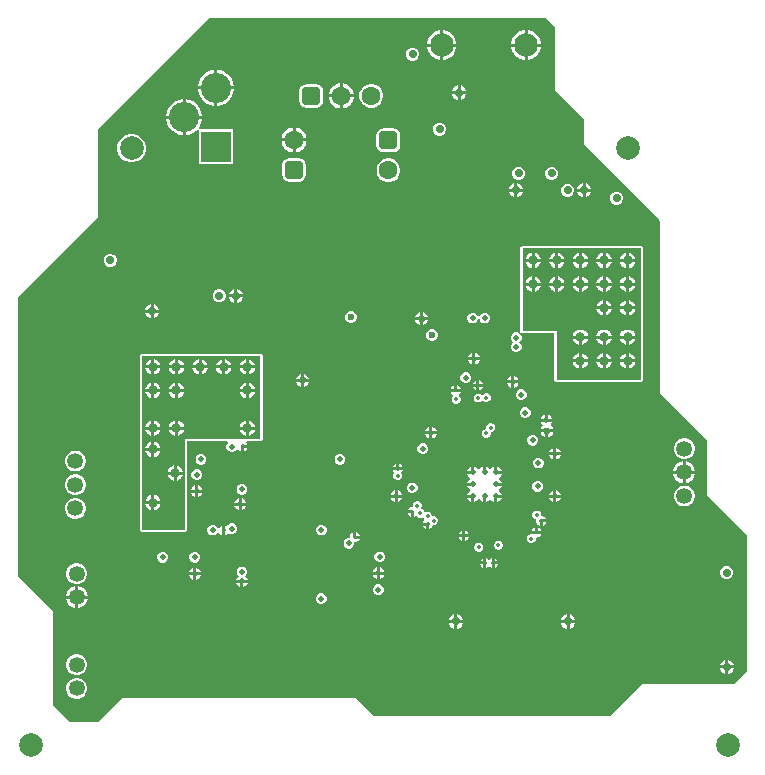
<source format=gbr>
G04*
G04 #@! TF.GenerationSoftware,Altium Limited,Altium Designer,23.8.1 (32)*
G04*
G04 Layer_Physical_Order=2*
G04 Layer_Color=6736896*
%FSLAX44Y44*%
%MOMM*%
G71*
G04*
G04 #@! TF.SameCoordinates,B1DDD4D6-6927-4A11-B6FF-346F9E1F7E25*
G04*
G04*
G04 #@! TF.FilePolarity,Positive*
G04*
G01*
G75*
%ADD78C,1.3500*%
%ADD79C,1.9950*%
G04:AMPARAMS|DCode=80|XSize=1.6mm|YSize=1.6mm|CornerRadius=0.4mm|HoleSize=0mm|Usage=FLASHONLY|Rotation=90.000|XOffset=0mm|YOffset=0mm|HoleType=Round|Shape=RoundedRectangle|*
%AMROUNDEDRECTD80*
21,1,1.6000,0.8000,0,0,90.0*
21,1,0.8000,1.6000,0,0,90.0*
1,1,0.8000,0.4000,0.4000*
1,1,0.8000,0.4000,-0.4000*
1,1,0.8000,-0.4000,-0.4000*
1,1,0.8000,-0.4000,0.4000*
%
%ADD80ROUNDEDRECTD80*%
%ADD81C,1.6000*%
%ADD82C,2.0000*%
%ADD83R,2.5500X2.5500*%
%ADD84C,2.5500*%
G04:AMPARAMS|DCode=85|XSize=1.6mm|YSize=1.6mm|CornerRadius=0.4mm|HoleSize=0mm|Usage=FLASHONLY|Rotation=0.000|XOffset=0mm|YOffset=0mm|HoleType=Round|Shape=RoundedRectangle|*
%AMROUNDEDRECTD85*
21,1,1.6000,0.8000,0,0,0.0*
21,1,0.8000,1.6000,0,0,0.0*
1,1,0.8000,0.4000,-0.4000*
1,1,0.8000,-0.4000,-0.4000*
1,1,0.8000,-0.4000,0.4000*
1,1,0.8000,0.4000,0.4000*
%
%ADD85ROUNDEDRECTD85*%
%ADD86C,0.7000*%
%ADD87C,0.8000*%
%ADD88C,0.3500*%
%ADD89C,0.5000*%
%ADD90C,0.6000*%
G36*
X473710Y637540D02*
Y584200D01*
X497840Y560070D01*
Y538306D01*
X562610Y473536D01*
Y327660D01*
X601980Y288290D01*
Y241300D01*
X636270Y207010D01*
Y92710D01*
X624840Y81280D01*
X547370D01*
X520700Y54610D01*
X320040D01*
X304800Y69850D01*
X106680D01*
X86360Y49530D01*
X62230D01*
X48260Y63500D01*
Y143510D01*
X19050Y172720D01*
Y408940D01*
X86360Y476250D01*
Y551180D01*
X180340Y645160D01*
X466090D01*
X473710Y637540D01*
D02*
G37*
%LPC*%
G36*
X450748Y634945D02*
X450370D01*
Y623700D01*
X461615D01*
Y624078D01*
X460762Y627261D01*
X459115Y630114D01*
X456785Y632444D01*
X453931Y634092D01*
X450748Y634945D01*
D02*
G37*
G36*
X379248D02*
X378870D01*
Y623700D01*
X390115D01*
Y624078D01*
X389262Y627261D01*
X387615Y630114D01*
X385285Y632444D01*
X382431Y634092D01*
X379248Y634945D01*
D02*
G37*
G36*
X447830D02*
X447453D01*
X444269Y634092D01*
X441416Y632444D01*
X439086Y630114D01*
X437438Y627261D01*
X436585Y624078D01*
Y623700D01*
X447830D01*
Y634945D01*
D02*
G37*
G36*
X376330D02*
X375952D01*
X372770Y634092D01*
X369916Y632444D01*
X367586Y630114D01*
X365938Y627261D01*
X365085Y624078D01*
Y623700D01*
X376330D01*
Y634945D01*
D02*
G37*
G36*
X461615Y621160D02*
X450370D01*
Y609915D01*
X450748D01*
X453931Y610768D01*
X456785Y612416D01*
X459115Y614746D01*
X460762Y617599D01*
X461615Y620782D01*
Y621160D01*
D02*
G37*
G36*
X447830D02*
X436585D01*
Y620782D01*
X437438Y617599D01*
X439086Y614746D01*
X441416Y612416D01*
X444269Y610768D01*
X447453Y609915D01*
X447830D01*
Y621160D01*
D02*
G37*
G36*
X390115D02*
X378870D01*
Y609915D01*
X379248D01*
X382431Y610768D01*
X385285Y612416D01*
X387615Y614746D01*
X389262Y617599D01*
X390115Y620782D01*
Y621160D01*
D02*
G37*
G36*
X376330D02*
X365085D01*
Y620782D01*
X365938Y617599D01*
X367586Y614746D01*
X369916Y612416D01*
X372770Y610768D01*
X375952Y609915D01*
X376330D01*
Y621160D01*
D02*
G37*
G36*
X354156Y620182D02*
X351968D01*
X349947Y619345D01*
X348400Y617798D01*
X347562Y615776D01*
Y613588D01*
X348400Y611567D01*
X349947Y610019D01*
X351968Y609182D01*
X354156D01*
X356178Y610019D01*
X357725Y611567D01*
X358562Y613588D01*
Y615776D01*
X357725Y617798D01*
X356178Y619345D01*
X354156Y620182D01*
D02*
G37*
G36*
X187956Y601510D02*
X187720D01*
Y587490D01*
X201740D01*
Y587726D01*
X201152Y590680D01*
X200000Y593462D01*
X198327Y595967D01*
X196197Y598096D01*
X193693Y599770D01*
X190910Y600922D01*
X187956Y601510D01*
D02*
G37*
G36*
X185180D02*
X184944D01*
X181990Y600922D01*
X179208Y599770D01*
X176703Y598096D01*
X174574Y595967D01*
X172900Y593462D01*
X171748Y590680D01*
X171160Y587726D01*
Y587490D01*
X185180D01*
Y601510D01*
D02*
G37*
G36*
X393598Y588191D02*
Y583450D01*
X398339D01*
X397448Y585601D01*
X395749Y587300D01*
X393598Y588191D01*
D02*
G37*
G36*
X391058D02*
X388906Y587300D01*
X387207Y585601D01*
X386316Y583450D01*
X391058D01*
Y588191D01*
D02*
G37*
G36*
X293948Y589860D02*
X293830D01*
Y580590D01*
X303100D01*
Y580708D01*
X302382Y583388D01*
X300994Y585792D01*
X299032Y587754D01*
X296628Y589142D01*
X293948Y589860D01*
D02*
G37*
G36*
X291290D02*
X291173D01*
X288492Y589142D01*
X286088Y587754D01*
X284126Y585792D01*
X282738Y583388D01*
X282020Y580708D01*
Y580590D01*
X291290D01*
Y589860D01*
D02*
G37*
G36*
X398339Y580910D02*
X393598D01*
Y576168D01*
X395749Y577060D01*
X397448Y578759D01*
X398339Y580910D01*
D02*
G37*
G36*
X391058D02*
X386316D01*
X387207Y578759D01*
X388906Y577060D01*
X391058Y576168D01*
Y580910D01*
D02*
G37*
G36*
X201740Y584950D02*
X187720D01*
Y570930D01*
X187956D01*
X190910Y571517D01*
X193693Y572670D01*
X196197Y574343D01*
X198327Y576473D01*
X200000Y578977D01*
X201152Y581760D01*
X201740Y584714D01*
Y584950D01*
D02*
G37*
G36*
X185180D02*
X171160D01*
Y584714D01*
X171748Y581760D01*
X172900Y578977D01*
X174574Y576473D01*
X176703Y574343D01*
X179208Y572670D01*
X181990Y571517D01*
X184944Y570930D01*
X185180D01*
Y584950D01*
D02*
G37*
G36*
X319277Y589320D02*
X316644D01*
X314100Y588638D01*
X311820Y587322D01*
X309958Y585460D01*
X308642Y583180D01*
X307960Y580636D01*
Y578003D01*
X308642Y575460D01*
X309958Y573180D01*
X311820Y571318D01*
X314100Y570001D01*
X316644Y569320D01*
X319277D01*
X321820Y570001D01*
X324100Y571318D01*
X325962Y573180D01*
X327279Y575460D01*
X327960Y578003D01*
Y580636D01*
X327279Y583180D01*
X325962Y585460D01*
X324100Y587322D01*
X321820Y588638D01*
X319277Y589320D01*
D02*
G37*
G36*
X271160Y589437D02*
X263160D01*
X260819Y588972D01*
X258834Y587646D01*
X257508Y585661D01*
X257043Y583320D01*
Y575320D01*
X257508Y572979D01*
X258834Y570994D01*
X260819Y569668D01*
X263160Y569202D01*
X271160D01*
X273501Y569668D01*
X275486Y570994D01*
X276812Y572979D01*
X277278Y575320D01*
Y583320D01*
X276812Y585661D01*
X275486Y587646D01*
X273501Y588972D01*
X271160Y589437D01*
D02*
G37*
G36*
X303100Y578050D02*
X293830D01*
Y568780D01*
X293948D01*
X296628Y569498D01*
X299032Y570886D01*
X300994Y572848D01*
X302382Y575252D01*
X303100Y577932D01*
Y578050D01*
D02*
G37*
G36*
X291290D02*
X282020D01*
Y577932D01*
X282738Y575252D01*
X284126Y572848D01*
X286088Y570886D01*
X288492Y569498D01*
X291173Y568780D01*
X291290D01*
Y578050D01*
D02*
G37*
G36*
X160956Y576510D02*
X160720D01*
Y562490D01*
X174740D01*
Y562726D01*
X174153Y565680D01*
X173000Y568462D01*
X171327Y570967D01*
X169197Y573096D01*
X166693Y574770D01*
X163910Y575922D01*
X160956Y576510D01*
D02*
G37*
G36*
X158180D02*
X157944D01*
X154990Y575922D01*
X152208Y574770D01*
X149703Y573096D01*
X147574Y570967D01*
X145900Y568462D01*
X144748Y565680D01*
X144160Y562726D01*
Y562490D01*
X158180D01*
Y576510D01*
D02*
G37*
G36*
Y559950D02*
X144160D01*
Y559714D01*
X144748Y556760D01*
X145900Y553977D01*
X147574Y551473D01*
X149703Y549343D01*
X152208Y547670D01*
X154990Y546517D01*
X157944Y545930D01*
X158180D01*
Y559950D01*
D02*
G37*
G36*
X377016Y556682D02*
X374828D01*
X372807Y555845D01*
X371259Y554298D01*
X370422Y552276D01*
Y550088D01*
X371259Y548067D01*
X372807Y546520D01*
X374828Y545682D01*
X377016D01*
X379038Y546520D01*
X380585Y548067D01*
X381422Y550088D01*
Y552276D01*
X380585Y554298D01*
X379038Y555845D01*
X377016Y556682D01*
D02*
G37*
G36*
X253948Y552560D02*
X253830D01*
Y543290D01*
X263100D01*
Y543408D01*
X262382Y546088D01*
X260994Y548492D01*
X259032Y550454D01*
X256628Y551842D01*
X253948Y552560D01*
D02*
G37*
G36*
X251290D02*
X251173D01*
X248492Y551842D01*
X246088Y550454D01*
X244126Y548492D01*
X242738Y546088D01*
X242020Y543408D01*
Y543290D01*
X251290D01*
Y552560D01*
D02*
G37*
G36*
X336500Y551888D02*
X328500D01*
X326159Y551422D01*
X324174Y550096D01*
X322848Y548111D01*
X322383Y545770D01*
Y537770D01*
X322848Y535429D01*
X324174Y533444D01*
X326159Y532118D01*
X328500Y531652D01*
X336500D01*
X338841Y532118D01*
X340826Y533444D01*
X342152Y535429D01*
X342618Y537770D01*
Y545770D01*
X342152Y548111D01*
X340826Y550096D01*
X338841Y551422D01*
X336500Y551888D01*
D02*
G37*
G36*
X263100Y540750D02*
X253830D01*
Y531480D01*
X253948D01*
X256628Y532198D01*
X259032Y533586D01*
X260994Y535548D01*
X262382Y537952D01*
X263100Y540632D01*
Y540750D01*
D02*
G37*
G36*
X251290D02*
X242020D01*
Y540632D01*
X242738Y537952D01*
X244126Y535548D01*
X246088Y533586D01*
X248492Y532198D01*
X251173Y531480D01*
X251290D01*
Y540750D01*
D02*
G37*
G36*
X116580Y547000D02*
X113420D01*
X110368Y546182D01*
X107632Y544602D01*
X105398Y542368D01*
X103818Y539632D01*
X103000Y536580D01*
Y533420D01*
X103818Y530368D01*
X105398Y527632D01*
X107632Y525398D01*
X110368Y523818D01*
X113420Y523000D01*
X116580D01*
X119632Y523818D01*
X122368Y525398D01*
X124602Y527632D01*
X126182Y530368D01*
X127000Y533420D01*
Y536580D01*
X126182Y539632D01*
X124602Y542368D01*
X122368Y544602D01*
X119632Y546182D01*
X116580Y547000D01*
D02*
G37*
G36*
X174740Y559950D02*
X160720D01*
Y545930D01*
X160956D01*
X163910Y546517D01*
X166693Y547670D01*
X169197Y549343D01*
X170430Y550577D01*
X171700Y550051D01*
Y521470D01*
X201200D01*
Y550970D01*
X172518D01*
X171839Y552240D01*
X173000Y553977D01*
X174153Y556760D01*
X174740Y559714D01*
Y559950D01*
D02*
G37*
G36*
X443916Y519302D02*
X441728D01*
X439707Y518465D01*
X438160Y516918D01*
X437322Y514896D01*
Y512708D01*
X438160Y510687D01*
X439707Y509139D01*
X441728Y508302D01*
X443916D01*
X445938Y509139D01*
X447485Y510687D01*
X448322Y512708D01*
Y514896D01*
X447485Y516918D01*
X445938Y518465D01*
X443916Y519302D01*
D02*
G37*
G36*
X471912Y519298D02*
X469724D01*
X467702Y518461D01*
X466155Y516913D01*
X465318Y514892D01*
Y512704D01*
X466155Y510682D01*
X467702Y509135D01*
X469724Y508298D01*
X471912D01*
X473933Y509135D01*
X475481Y510682D01*
X476318Y512704D01*
Y514892D01*
X475481Y516913D01*
X473933Y518461D01*
X471912Y519298D01*
D02*
G37*
G36*
X256560Y526738D02*
X248560D01*
X246219Y526272D01*
X244234Y524946D01*
X242908Y522961D01*
X242443Y520620D01*
Y512620D01*
X242908Y510279D01*
X244234Y508294D01*
X246219Y506968D01*
X248560Y506502D01*
X256560D01*
X258901Y506968D01*
X260886Y508294D01*
X262212Y510279D01*
X262678Y512620D01*
Y520620D01*
X262212Y522961D01*
X260886Y524946D01*
X258901Y526272D01*
X256560Y526738D01*
D02*
G37*
G36*
X333817Y526370D02*
X331184D01*
X328640Y525688D01*
X326360Y524372D01*
X324498Y522510D01*
X323182Y520230D01*
X322500Y517687D01*
Y515053D01*
X323182Y512510D01*
X324498Y510230D01*
X326360Y508368D01*
X328640Y507051D01*
X331184Y506370D01*
X333817D01*
X336360Y507051D01*
X338640Y508368D01*
X340502Y510230D01*
X341819Y512510D01*
X342500Y515053D01*
Y517687D01*
X341819Y520230D01*
X340502Y522510D01*
X338640Y524372D01*
X336360Y525688D01*
X333817Y526370D01*
D02*
G37*
G36*
X499600Y505522D02*
Y500780D01*
X504342D01*
X503451Y502931D01*
X501752Y504630D01*
X499600Y505522D01*
D02*
G37*
G36*
X497060D02*
X494909Y504630D01*
X493210Y502931D01*
X492318Y500780D01*
X497060D01*
Y505522D01*
D02*
G37*
G36*
X441492Y505519D02*
Y500778D01*
X446234D01*
X445343Y502929D01*
X443644Y504628D01*
X441492Y505519D01*
D02*
G37*
G36*
X438952D02*
X436801Y504628D01*
X435102Y502929D01*
X434211Y500778D01*
X438952D01*
Y505519D01*
D02*
G37*
G36*
X485404Y505010D02*
X483216D01*
X481195Y504173D01*
X479647Y502625D01*
X478810Y500604D01*
Y498416D01*
X479647Y496394D01*
X481195Y494847D01*
X483216Y494010D01*
X485404D01*
X487426Y494847D01*
X488973Y496394D01*
X489810Y498416D01*
Y500604D01*
X488973Y502625D01*
X487426Y504173D01*
X485404Y505010D01*
D02*
G37*
G36*
X504342Y498240D02*
X499600D01*
Y493498D01*
X501752Y494389D01*
X503451Y496088D01*
X504342Y498240D01*
D02*
G37*
G36*
X497060D02*
X492318D01*
X493210Y496088D01*
X494909Y494389D01*
X497060Y493498D01*
Y498240D01*
D02*
G37*
G36*
X446234Y498238D02*
X441492D01*
Y493496D01*
X443644Y494387D01*
X445343Y496086D01*
X446234Y498238D01*
D02*
G37*
G36*
X438952D02*
X434211D01*
X435102Y496086D01*
X436801Y494387D01*
X438952Y493496D01*
Y498238D01*
D02*
G37*
G36*
X526874Y498260D02*
X524686D01*
X522664Y497423D01*
X521117Y495876D01*
X520280Y493854D01*
Y491666D01*
X521117Y489645D01*
X522664Y488097D01*
X524686Y487260D01*
X526874D01*
X528895Y488097D01*
X530443Y489645D01*
X531280Y491666D01*
Y493854D01*
X530443Y495876D01*
X528895Y497423D01*
X526874Y498260D01*
D02*
G37*
G36*
X97984Y445820D02*
X95796D01*
X93775Y444983D01*
X92227Y443435D01*
X91390Y441414D01*
Y439226D01*
X92227Y437205D01*
X93775Y435657D01*
X95796Y434820D01*
X97984D01*
X100006Y435657D01*
X101553Y437205D01*
X102390Y439226D01*
Y441414D01*
X101553Y443435D01*
X100006Y444983D01*
X97984Y445820D01*
D02*
G37*
G36*
X204360Y416031D02*
Y411290D01*
X209102D01*
X208211Y413441D01*
X206511Y415140D01*
X204360Y416031D01*
D02*
G37*
G36*
X201820D02*
X199669Y415140D01*
X197970Y413441D01*
X197078Y411290D01*
X201820D01*
Y416031D01*
D02*
G37*
G36*
X190166Y415518D02*
X187978D01*
X185957Y414680D01*
X184410Y413133D01*
X183572Y411112D01*
Y408924D01*
X184410Y406902D01*
X185957Y405355D01*
X187978Y404518D01*
X190166D01*
X192188Y405355D01*
X193735Y406902D01*
X194572Y408924D01*
Y411112D01*
X193735Y413133D01*
X192188Y414680D01*
X190166Y415518D01*
D02*
G37*
G36*
X209102Y408750D02*
X204360D01*
Y404008D01*
X206511Y404899D01*
X208211Y406599D01*
X209102Y408750D01*
D02*
G37*
G36*
X201820D02*
X197078D01*
X197970Y406599D01*
X199669Y404899D01*
X201820Y404008D01*
Y408750D01*
D02*
G37*
G36*
X133750Y403032D02*
Y398290D01*
X138492D01*
X137601Y400441D01*
X135901Y402140D01*
X133750Y403032D01*
D02*
G37*
G36*
X131210D02*
X129059Y402140D01*
X127360Y400441D01*
X126468Y398290D01*
X131210D01*
Y403032D01*
D02*
G37*
G36*
X414915Y395776D02*
X413125D01*
X411471Y395091D01*
X410205Y393825D01*
X409551Y392246D01*
X409203Y392190D01*
X408281Y392246D01*
X407675Y393709D01*
X406409Y394975D01*
X404755Y395660D01*
X402965D01*
X401311Y394975D01*
X400045Y393709D01*
X399360Y392055D01*
Y390265D01*
X400045Y388611D01*
X401311Y387345D01*
X402965Y386660D01*
X404755D01*
X406409Y387345D01*
X407675Y388611D01*
X408329Y390190D01*
X408677Y390246D01*
X409599Y390190D01*
X410205Y388727D01*
X411471Y387461D01*
X413125Y386776D01*
X414915D01*
X416569Y387461D01*
X417835Y388727D01*
X418520Y390381D01*
Y392171D01*
X417835Y393825D01*
X416569Y395091D01*
X414915Y395776D01*
D02*
G37*
G36*
X361962Y396025D02*
Y391824D01*
X366162D01*
X365388Y393693D01*
X363830Y395251D01*
X361962Y396025D01*
D02*
G37*
G36*
X359422D02*
X357553Y395251D01*
X355995Y393693D01*
X355221Y391824D01*
X359422D01*
Y396025D01*
D02*
G37*
G36*
X138492Y395750D02*
X133750D01*
Y391008D01*
X135901Y391899D01*
X137601Y393599D01*
X138492Y395750D01*
D02*
G37*
G36*
X131210D02*
X126468D01*
X127360Y393599D01*
X129059Y391899D01*
X131210Y391008D01*
Y395750D01*
D02*
G37*
G36*
X301732Y396910D02*
X299743D01*
X297905Y396149D01*
X296498Y394742D01*
X295737Y392905D01*
Y390915D01*
X296498Y389078D01*
X297905Y387671D01*
X299743Y386910D01*
X301732D01*
X303569Y387671D01*
X304976Y389078D01*
X305737Y390915D01*
Y392905D01*
X304976Y394742D01*
X303569Y396149D01*
X301732Y396910D01*
D02*
G37*
G36*
X366162Y389285D02*
X361962D01*
Y385084D01*
X363830Y385858D01*
X365388Y387416D01*
X366162Y389285D01*
D02*
G37*
G36*
X359422D02*
X355221D01*
X355995Y387416D01*
X357553Y385858D01*
X359422Y385084D01*
Y389285D01*
D02*
G37*
G36*
X370325Y381670D02*
X368336D01*
X366498Y380909D01*
X365091Y379502D01*
X364330Y377664D01*
Y375675D01*
X365091Y373838D01*
X366498Y372431D01*
X368336Y371670D01*
X370325D01*
X372162Y372431D01*
X373569Y373838D01*
X374330Y375675D01*
Y377664D01*
X373569Y379502D01*
X372162Y380909D01*
X370325Y381670D01*
D02*
G37*
G36*
X441585Y379150D02*
X439795D01*
X438141Y378465D01*
X436875Y377199D01*
X436190Y375545D01*
Y373755D01*
X436875Y372101D01*
X438136Y370840D01*
X436875Y369579D01*
X436190Y367925D01*
Y366135D01*
X436875Y364481D01*
X438141Y363215D01*
X439795Y362530D01*
X441585D01*
X443239Y363215D01*
X444505Y364481D01*
X445190Y366135D01*
Y367925D01*
X444505Y369579D01*
X443244Y370840D01*
X444505Y372101D01*
X445190Y373755D01*
Y375545D01*
X444505Y377199D01*
X443239Y378465D01*
X441585Y379150D01*
D02*
G37*
G36*
X406160Y361929D02*
Y358270D01*
X409819D01*
X409163Y359855D01*
X407745Y361273D01*
X406160Y361929D01*
D02*
G37*
G36*
X403620D02*
X402035Y361273D01*
X400617Y359855D01*
X399961Y358270D01*
X403620D01*
Y361929D01*
D02*
G37*
G36*
X409819Y355730D02*
X406160D01*
Y352071D01*
X407745Y352727D01*
X409163Y354145D01*
X409819Y355730D01*
D02*
G37*
G36*
X403620D02*
X399961D01*
X400617Y354145D01*
X402035Y352727D01*
X403620Y352071D01*
Y355730D01*
D02*
G37*
G36*
X261243Y344040D02*
Y339840D01*
X265444D01*
X264670Y341708D01*
X263111Y343266D01*
X261243Y344040D01*
D02*
G37*
G36*
X258703D02*
X256835Y343266D01*
X255277Y341708D01*
X254503Y339840D01*
X258703D01*
Y344040D01*
D02*
G37*
G36*
X438890Y342279D02*
Y338620D01*
X442549D01*
X441893Y340205D01*
X440475Y341623D01*
X438890Y342279D01*
D02*
G37*
G36*
X436350D02*
X434765Y341623D01*
X433347Y340205D01*
X432691Y338620D01*
X436350D01*
Y342279D01*
D02*
G37*
G36*
X546100Y452329D02*
X446100D01*
X445320Y452174D01*
X444658Y451732D01*
X444216Y451070D01*
X444061Y450290D01*
Y380290D01*
X444216Y379510D01*
X444658Y378848D01*
X445320Y378406D01*
X446100Y378251D01*
X472941D01*
Y339090D01*
X473096Y338310D01*
X473538Y337648D01*
X474200Y337206D01*
X474980Y337051D01*
X546100D01*
X546880Y337206D01*
X547542Y337648D01*
X547984Y338310D01*
X548139Y339090D01*
Y380290D01*
Y450290D01*
X547984Y451070D01*
X547542Y451732D01*
X546880Y452174D01*
X546100Y452329D01*
D02*
G37*
G36*
X398785Y345300D02*
X396995D01*
X395341Y344615D01*
X394075Y343349D01*
X393390Y341695D01*
Y339905D01*
X394075Y338251D01*
X395341Y336985D01*
X396995Y336300D01*
X398785D01*
X400439Y336985D01*
X401705Y338251D01*
X402390Y339905D01*
Y341695D01*
X401705Y343349D01*
X400439Y344615D01*
X398785Y345300D01*
D02*
G37*
G36*
X409509Y338405D02*
Y335558D01*
X412356D01*
X411876Y336718D01*
X410669Y337924D01*
X409509Y338405D01*
D02*
G37*
G36*
X406969D02*
X405809Y337924D01*
X404602Y336718D01*
X404121Y335558D01*
X406969D01*
Y338405D01*
D02*
G37*
G36*
X265444Y337300D02*
X261243D01*
Y333100D01*
X263111Y333873D01*
X264670Y335432D01*
X265444Y337300D01*
D02*
G37*
G36*
X258703D02*
X254503D01*
X255277Y335432D01*
X256835Y333873D01*
X258703Y333100D01*
Y337300D01*
D02*
G37*
G36*
X442549Y336080D02*
X438890D01*
Y332421D01*
X440475Y333077D01*
X441893Y334495D01*
X442549Y336080D01*
D02*
G37*
G36*
X436350D02*
X432691D01*
X433347Y334495D01*
X434765Y333077D01*
X436350Y332421D01*
Y336080D01*
D02*
G37*
G36*
X390710Y334257D02*
Y331410D01*
X393557D01*
X393077Y332570D01*
X391870Y333777D01*
X390710Y334257D01*
D02*
G37*
G36*
X388170D02*
X387010Y333777D01*
X385803Y332570D01*
X385323Y331410D01*
X388170D01*
Y334257D01*
D02*
G37*
G36*
X412356Y333018D02*
X409509D01*
Y330170D01*
X410669Y330651D01*
X411876Y331858D01*
X412356Y333018D01*
D02*
G37*
G36*
X406969D02*
X404121D01*
X404602Y331858D01*
X405809Y330651D01*
X406969Y330170D01*
Y333018D01*
D02*
G37*
G36*
X416036Y327600D02*
X414544D01*
X413166Y327029D01*
X412565Y326428D01*
X412056Y325994D01*
X410919Y326415D01*
X410614Y326719D01*
X409236Y327290D01*
X407744D01*
X406366Y326719D01*
X405311Y325664D01*
X404740Y324286D01*
Y322794D01*
X405311Y321416D01*
X406366Y320361D01*
X407744Y319790D01*
X409236D01*
X410614Y320361D01*
X411215Y320962D01*
X411724Y321396D01*
X412861Y320975D01*
X413166Y320671D01*
X414544Y320100D01*
X416036D01*
X417414Y320671D01*
X418469Y321726D01*
X419040Y323104D01*
Y324596D01*
X418469Y325974D01*
X417414Y327029D01*
X416036Y327600D01*
D02*
G37*
G36*
X445938Y330771D02*
X444148D01*
X442494Y330086D01*
X441228Y328820D01*
X440543Y327166D01*
Y325376D01*
X441228Y323722D01*
X442494Y322456D01*
X444148Y321771D01*
X445938D01*
X447592Y322456D01*
X448858Y323722D01*
X449543Y325376D01*
Y327166D01*
X448858Y328820D01*
X447592Y330086D01*
X445938Y330771D01*
D02*
G37*
G36*
X393557Y328870D02*
X385323D01*
X385803Y327710D01*
X387010Y326503D01*
X387099Y325092D01*
X386711Y324704D01*
X386140Y323326D01*
Y321834D01*
X386711Y320456D01*
X387766Y319401D01*
X389144Y318830D01*
X390636D01*
X392014Y319401D01*
X393069Y320456D01*
X393640Y321834D01*
Y323326D01*
X393069Y324704D01*
X392400Y325373D01*
X392091Y326033D01*
X392358Y326991D01*
X393077Y327710D01*
X393557Y328870D01*
D02*
G37*
G36*
X449205Y315650D02*
X447415D01*
X445761Y314965D01*
X444495Y313699D01*
X443810Y312045D01*
Y310255D01*
X444495Y308601D01*
X445761Y307335D01*
X447415Y306650D01*
X449205D01*
X450859Y307335D01*
X452125Y308601D01*
X452810Y310255D01*
Y312045D01*
X452125Y313699D01*
X450859Y314965D01*
X449205Y315650D01*
D02*
G37*
G36*
X467450Y309439D02*
Y305780D01*
X471109D01*
X470453Y307365D01*
X469035Y308783D01*
X467450Y309439D01*
D02*
G37*
G36*
X464910D02*
X463325Y308783D01*
X461907Y307365D01*
X461251Y305780D01*
X464910D01*
Y309439D01*
D02*
G37*
G36*
X471109Y303240D02*
X461251D01*
X461907Y301655D01*
X463269Y300294D01*
X462023Y299048D01*
X461250Y297180D01*
X472190D01*
X471417Y299048D01*
X469858Y300607D01*
X470423Y301606D01*
X470453Y301655D01*
X470453Y301655D01*
X471109Y303240D01*
D02*
G37*
G36*
X369620Y299189D02*
Y295530D01*
X373279D01*
X372623Y297115D01*
X371205Y298533D01*
X369620Y299189D01*
D02*
G37*
G36*
X367080D02*
X365495Y298533D01*
X364077Y297115D01*
X363421Y295530D01*
X367080D01*
Y299189D01*
D02*
G37*
G36*
X472190Y294640D02*
X467990D01*
Y290440D01*
X469858Y291213D01*
X471417Y292772D01*
X472190Y294640D01*
D02*
G37*
G36*
X465450D02*
X461250D01*
X462023Y292772D01*
X463582Y291213D01*
X465450Y290440D01*
Y294640D01*
D02*
G37*
G36*
X419926Y302200D02*
X418434D01*
X417056Y301629D01*
X416001Y300574D01*
X415430Y299196D01*
Y297704D01*
X415250Y297435D01*
X414500D01*
X413121Y296864D01*
X412067Y295809D01*
X411496Y294431D01*
Y292939D01*
X412067Y291561D01*
X413121Y290506D01*
X414500Y289935D01*
X415992D01*
X417370Y290506D01*
X418425Y291561D01*
X418996Y292939D01*
Y294431D01*
X419175Y294700D01*
X419926D01*
X421304Y295271D01*
X422359Y296326D01*
X422930Y297704D01*
Y299196D01*
X422359Y300574D01*
X421304Y301629D01*
X419926Y302200D01*
D02*
G37*
G36*
X373279Y292990D02*
X369620D01*
Y289331D01*
X371205Y289987D01*
X372623Y291405D01*
X373279Y292990D01*
D02*
G37*
G36*
X367080D02*
X363421D01*
X364077Y291405D01*
X365495Y289987D01*
X367080Y289331D01*
Y292990D01*
D02*
G37*
G36*
X455480Y292282D02*
X453689D01*
X452035Y291597D01*
X450770Y290331D01*
X450084Y288678D01*
Y286887D01*
X450770Y285233D01*
X452035Y283967D01*
X453689Y283282D01*
X455480D01*
X457134Y283967D01*
X458399Y285233D01*
X459085Y286887D01*
Y288678D01*
X458399Y290331D01*
X457134Y291597D01*
X455480Y292282D01*
D02*
G37*
G36*
X213078Y281455D02*
X210230D01*
Y278608D01*
X211390Y279088D01*
X212597Y280295D01*
X213078Y281455D01*
D02*
G37*
G36*
X224080Y361059D02*
X124080D01*
X123300Y360904D01*
X122638Y360462D01*
X122196Y359800D01*
X122041Y359020D01*
Y289020D01*
Y212090D01*
X122196Y211310D01*
X122638Y210648D01*
X123300Y210206D01*
X124080Y210051D01*
X160020D01*
X160800Y210206D01*
X161462Y210648D01*
X161904Y211310D01*
X162059Y212090D01*
Y286981D01*
X196181D01*
X196707Y285711D01*
X195945Y284949D01*
X195260Y283295D01*
Y281505D01*
X195945Y279851D01*
X197211Y278585D01*
X198865Y277900D01*
X200655D01*
X202309Y278585D01*
X203575Y279851D01*
X203854Y280525D01*
X205229D01*
X205324Y280295D01*
X206530Y279088D01*
X207690Y278608D01*
Y282725D01*
X208960D01*
Y283995D01*
X213078D01*
X212597Y285155D01*
X212042Y285711D01*
X212568Y286981D01*
X224080D01*
X224860Y287136D01*
X225522Y287578D01*
X225964Y288240D01*
X226119Y289020D01*
Y359020D01*
X225964Y359800D01*
X225522Y360462D01*
X224860Y360904D01*
X224080Y361059D01*
D02*
G37*
G36*
X474740Y281439D02*
Y277780D01*
X478399D01*
X477743Y279365D01*
X476325Y280783D01*
X474740Y281439D01*
D02*
G37*
G36*
X472200D02*
X470615Y280783D01*
X469197Y279365D01*
X468541Y277780D01*
X472200D01*
Y281439D01*
D02*
G37*
G36*
X362415Y285160D02*
X360624D01*
X358970Y284475D01*
X357705Y283209D01*
X357020Y281555D01*
Y279765D01*
X357705Y278111D01*
X358970Y276845D01*
X360624Y276160D01*
X362415D01*
X364068Y276845D01*
X365334Y278111D01*
X366019Y279765D01*
Y281555D01*
X365334Y283209D01*
X364068Y284475D01*
X362415Y285160D01*
D02*
G37*
G36*
X584082Y289420D02*
X581778D01*
X579553Y288824D01*
X577557Y287672D01*
X575928Y286043D01*
X574776Y284047D01*
X574180Y281822D01*
Y279518D01*
X574776Y277293D01*
X575928Y275297D01*
X577557Y273668D01*
X579553Y272516D01*
X581778Y271920D01*
X584082D01*
X586307Y272516D01*
X588303Y273668D01*
X589932Y275297D01*
X591084Y277293D01*
X591680Y279518D01*
Y281822D01*
X591084Y284047D01*
X589932Y286043D01*
X588303Y287672D01*
X586307Y288824D01*
X584082Y289420D01*
D02*
G37*
G36*
X478399Y275240D02*
X474740D01*
Y271581D01*
X476325Y272237D01*
X477743Y273655D01*
X478399Y275240D01*
D02*
G37*
G36*
X472200D02*
X468541D01*
X469197Y273655D01*
X470615Y272237D01*
X472200Y271581D01*
Y275240D01*
D02*
G37*
G36*
X292285Y275990D02*
X290495D01*
X288841Y275305D01*
X287575Y274039D01*
X286890Y272385D01*
Y270595D01*
X287575Y268941D01*
X288841Y267675D01*
X290495Y266990D01*
X292285D01*
X293939Y267675D01*
X295205Y268941D01*
X295890Y270595D01*
Y272385D01*
X295205Y274039D01*
X293939Y275305D01*
X292285Y275990D01*
D02*
G37*
G36*
X174655D02*
X172865D01*
X171211Y275305D01*
X169945Y274039D01*
X169260Y272385D01*
Y270595D01*
X169945Y268941D01*
X171211Y267675D01*
X172865Y266990D01*
X174655D01*
X176309Y267675D01*
X177575Y268941D01*
X178260Y270595D01*
Y272385D01*
X177575Y274039D01*
X176309Y275305D01*
X174655Y275990D01*
D02*
G37*
G36*
X341580Y267952D02*
Y265105D01*
X344427D01*
X343946Y266265D01*
X342740Y267472D01*
X341580Y267952D01*
D02*
G37*
G36*
X339040D02*
X337879Y267472D01*
X336673Y266265D01*
X336192Y265105D01*
X339040D01*
Y267952D01*
D02*
G37*
G36*
X460177Y272885D02*
X458387D01*
X456733Y272200D01*
X455467Y270934D01*
X454782Y269280D01*
Y267490D01*
X455467Y265836D01*
X456733Y264570D01*
X458387Y263885D01*
X460177D01*
X461831Y264570D01*
X463097Y265836D01*
X463782Y267490D01*
Y269280D01*
X463097Y270934D01*
X461831Y272200D01*
X460177Y272885D01*
D02*
G37*
G36*
X422080Y265439D02*
X420495Y264783D01*
X419495Y263782D01*
X418685Y263501D01*
X417876Y263782D01*
X416875Y264783D01*
X415290Y265439D01*
Y260510D01*
X412750D01*
Y265439D01*
X411165Y264783D01*
X409747Y263365D01*
X409655Y263142D01*
X408385D01*
X408293Y263365D01*
X406875Y264783D01*
X405290Y265439D01*
Y260510D01*
X404020D01*
Y259240D01*
X399091D01*
X399747Y257655D01*
X401165Y256237D01*
X401388Y256145D01*
Y254875D01*
X401165Y254783D01*
X399747Y253365D01*
X399091Y251780D01*
X404020D01*
Y249240D01*
X399091D01*
X399747Y247655D01*
X401165Y246237D01*
X401388Y246145D01*
Y244875D01*
X401165Y244783D01*
X399747Y243365D01*
X399091Y241780D01*
X404020D01*
Y240510D01*
X405290D01*
Y235581D01*
X406875Y236237D01*
X408293Y237655D01*
X408385Y237878D01*
X409655D01*
X409747Y237655D01*
X411165Y236237D01*
X412750Y235581D01*
Y240510D01*
X415290D01*
Y235581D01*
X416875Y236237D01*
X417876Y237238D01*
X418685Y237519D01*
X419495Y237238D01*
X420495Y236237D01*
X422080Y235581D01*
Y240510D01*
X423350D01*
Y241780D01*
X428279D01*
X427623Y243365D01*
X426205Y244783D01*
X425982Y244875D01*
Y246145D01*
X426205Y246237D01*
X427623Y247655D01*
X428279Y249240D01*
X423350D01*
Y251780D01*
X428279D01*
X427623Y253365D01*
X426205Y254783D01*
X425982Y254875D01*
Y256145D01*
X426205Y256237D01*
X427623Y257655D01*
X428279Y259240D01*
X423350D01*
Y260510D01*
X422080D01*
Y265439D01*
D02*
G37*
G36*
X584200Y269947D02*
Y261940D01*
X592207D01*
X591587Y264256D01*
X590364Y266374D01*
X588634Y268104D01*
X586516Y269327D01*
X584200Y269947D01*
D02*
G37*
G36*
X581660D02*
X579344Y269327D01*
X577226Y268104D01*
X575496Y266374D01*
X574273Y264256D01*
X573653Y261940D01*
X581660D01*
Y269947D01*
D02*
G37*
G36*
X424620Y265439D02*
Y261780D01*
X428279D01*
X427623Y263365D01*
X426205Y264783D01*
X424620Y265439D01*
D02*
G37*
G36*
X402750D02*
X401165Y264783D01*
X399747Y263365D01*
X399091Y261780D01*
X402750D01*
Y265439D01*
D02*
G37*
G36*
X68462Y278940D02*
X66158D01*
X63933Y278344D01*
X61937Y277192D01*
X60308Y275563D01*
X59156Y273567D01*
X58560Y271342D01*
Y269038D01*
X59156Y266813D01*
X60308Y264817D01*
X61937Y263188D01*
X63933Y262036D01*
X66158Y261440D01*
X68462D01*
X70687Y262036D01*
X72683Y263188D01*
X74312Y264817D01*
X75464Y266813D01*
X76060Y269038D01*
Y271342D01*
X75464Y273567D01*
X74312Y275563D01*
X72683Y277192D01*
X70687Y278344D01*
X68462Y278940D01*
D02*
G37*
G36*
X344427Y262565D02*
X336192D01*
X336673Y261404D01*
X337662Y260415D01*
X337181Y259934D01*
X336610Y258556D01*
Y257064D01*
X337181Y255686D01*
X338236Y254631D01*
X339614Y254060D01*
X341106D01*
X342484Y254631D01*
X343539Y255686D01*
X344110Y257064D01*
Y258556D01*
X343539Y259934D01*
X343008Y260466D01*
X343946Y261404D01*
X344427Y262565D01*
D02*
G37*
G36*
X170995Y263060D02*
X169205D01*
X167551Y262375D01*
X166285Y261109D01*
X165600Y259455D01*
Y257665D01*
X166285Y256011D01*
X167551Y254745D01*
X169205Y254060D01*
X170995D01*
X172649Y254745D01*
X173915Y256011D01*
X174600Y257665D01*
Y259455D01*
X173915Y261109D01*
X172649Y262375D01*
X170995Y263060D01*
D02*
G37*
G36*
X592207Y259400D02*
X584200D01*
Y251393D01*
X586516Y252013D01*
X588634Y253236D01*
X590364Y254966D01*
X591587Y257084D01*
X592207Y259400D01*
D02*
G37*
G36*
X581660D02*
X573653D01*
X574273Y257084D01*
X575496Y254966D01*
X577226Y253236D01*
X579344Y252013D01*
X581660Y251393D01*
Y259400D01*
D02*
G37*
G36*
X171370Y249489D02*
Y245830D01*
X175029D01*
X174373Y247415D01*
X172955Y248833D01*
X171370Y249489D01*
D02*
G37*
G36*
X168830D02*
X167245Y248833D01*
X165828Y247415D01*
X165171Y245830D01*
X168830D01*
Y249489D01*
D02*
G37*
G36*
X459635Y253140D02*
X457845D01*
X456191Y252455D01*
X454925Y251189D01*
X454240Y249535D01*
Y247745D01*
X454925Y246091D01*
X456191Y244825D01*
X457845Y244140D01*
X459635D01*
X461289Y244825D01*
X462555Y246091D01*
X463240Y247745D01*
Y249535D01*
X462555Y251189D01*
X461289Y252455D01*
X459635Y253140D01*
D02*
G37*
G36*
X353665Y252010D02*
X351875D01*
X350221Y251325D01*
X348955Y250059D01*
X348270Y248405D01*
Y246615D01*
X348955Y244961D01*
X350221Y243695D01*
X351875Y243010D01*
X353665D01*
X355319Y243695D01*
X356585Y244961D01*
X357270Y246615D01*
Y248405D01*
X356585Y250059D01*
X355319Y251325D01*
X353665Y252010D01*
D02*
G37*
G36*
X340440Y245439D02*
Y241780D01*
X344099D01*
X343443Y243365D01*
X342025Y244783D01*
X340440Y245439D01*
D02*
G37*
G36*
X337900D02*
X336315Y244783D01*
X334897Y243365D01*
X334241Y241780D01*
X337900D01*
Y245439D01*
D02*
G37*
G36*
X474740Y245439D02*
Y241780D01*
X478399D01*
X477743Y243365D01*
X476325Y244783D01*
X474740Y245439D01*
D02*
G37*
G36*
X472200D02*
X470615Y244783D01*
X469197Y243365D01*
X468541Y241780D01*
X472200D01*
Y245439D01*
D02*
G37*
G36*
X209305Y250590D02*
X207515D01*
X205861Y249905D01*
X204595Y248639D01*
X203910Y246985D01*
Y245195D01*
X204595Y243541D01*
X205861Y242275D01*
X207515Y241590D01*
X209305D01*
X210959Y242275D01*
X212225Y243541D01*
X212910Y245195D01*
Y246985D01*
X212225Y248639D01*
X210959Y249905D01*
X209305Y250590D01*
D02*
G37*
G36*
X68462Y258940D02*
X66158D01*
X63933Y258344D01*
X61937Y257192D01*
X60308Y255563D01*
X59156Y253567D01*
X58560Y251342D01*
Y249038D01*
X59156Y246813D01*
X60308Y244817D01*
X61937Y243188D01*
X63933Y242036D01*
X66158Y241440D01*
X68462D01*
X70687Y242036D01*
X72683Y243188D01*
X74312Y244817D01*
X75464Y246813D01*
X76060Y249038D01*
Y251342D01*
X75464Y253567D01*
X74312Y255563D01*
X72683Y257192D01*
X70687Y258344D01*
X68462Y258940D01*
D02*
G37*
G36*
X175029Y243290D02*
X171370D01*
Y239631D01*
X172955Y240287D01*
X174373Y241705D01*
X175029Y243290D01*
D02*
G37*
G36*
X168830D02*
X165171D01*
X165828Y241705D01*
X167245Y240287D01*
X168830Y239631D01*
Y243290D01*
D02*
G37*
G36*
X428279Y239240D02*
X424620D01*
Y235581D01*
X426205Y236237D01*
X427623Y237655D01*
X428279Y239240D01*
D02*
G37*
G36*
X402750D02*
X399091D01*
X399747Y237655D01*
X401165Y236237D01*
X402750Y235581D01*
Y239240D01*
D02*
G37*
G36*
X344099D02*
X340440D01*
Y235581D01*
X342025Y236237D01*
X343443Y237655D01*
X344099Y239240D01*
D02*
G37*
G36*
X337900D02*
X334241D01*
X334897Y237655D01*
X336315Y236237D01*
X337900Y235581D01*
Y239240D01*
D02*
G37*
G36*
X478399Y239240D02*
X474740D01*
Y235581D01*
X476325Y236237D01*
X477743Y237655D01*
X478399Y239240D01*
D02*
G37*
G36*
X472200D02*
X468541D01*
X469197Y237655D01*
X470615Y236237D01*
X472200Y235581D01*
Y239240D01*
D02*
G37*
G36*
X208280Y238609D02*
Y234950D01*
X211939D01*
X211283Y236535D01*
X209865Y237953D01*
X208280Y238609D01*
D02*
G37*
G36*
X205740D02*
X204155Y237953D01*
X202737Y236535D01*
X202081Y234950D01*
X205740D01*
Y238609D01*
D02*
G37*
G36*
X584082Y249420D02*
X581778D01*
X579553Y248824D01*
X577557Y247672D01*
X575928Y246043D01*
X574776Y244047D01*
X574180Y241822D01*
Y239518D01*
X574776Y237293D01*
X575928Y235297D01*
X577557Y233668D01*
X579553Y232516D01*
X581778Y231920D01*
X584082D01*
X586307Y232516D01*
X588303Y233668D01*
X589932Y235297D01*
X591084Y237293D01*
X591680Y239518D01*
Y241822D01*
X591084Y244047D01*
X589932Y246043D01*
X588303Y247672D01*
X586307Y248824D01*
X584082Y249420D01*
D02*
G37*
G36*
X211939Y232410D02*
X208280D01*
Y228751D01*
X209865Y229407D01*
X211283Y230825D01*
X211939Y232410D01*
D02*
G37*
G36*
X205740D02*
X202081D01*
X202737Y230825D01*
X204155Y229407D01*
X205740Y228751D01*
Y232410D01*
D02*
G37*
G36*
X351520Y226018D02*
X348673D01*
X349154Y224858D01*
X350360Y223651D01*
X351520Y223170D01*
Y226018D01*
D02*
G37*
G36*
X68462Y238940D02*
X66158D01*
X63933Y238344D01*
X61937Y237192D01*
X60308Y235563D01*
X59156Y233567D01*
X58560Y231342D01*
Y229038D01*
X59156Y226813D01*
X60308Y224817D01*
X61937Y223188D01*
X63933Y222036D01*
X66158Y221440D01*
X68462D01*
X70687Y222036D01*
X72683Y223188D01*
X74312Y224817D01*
X75464Y226813D01*
X76060Y229038D01*
Y231342D01*
X75464Y233567D01*
X74312Y235563D01*
X72683Y237192D01*
X70687Y238344D01*
X68462Y238940D01*
D02*
G37*
G36*
X465954Y218269D02*
X463106D01*
Y215421D01*
X464267Y215902D01*
X465473Y217109D01*
X465954Y218269D01*
D02*
G37*
G36*
X458936Y228260D02*
X457444D01*
X456066Y227689D01*
X455011Y226634D01*
X454440Y225256D01*
Y223764D01*
X455011Y222386D01*
X456066Y221331D01*
X457444Y220760D01*
X457601Y220525D01*
X457546Y220392D01*
Y218685D01*
X458200Y217109D01*
X459406Y215902D01*
X460566Y215421D01*
Y219539D01*
X461836D01*
Y220809D01*
X465954D01*
X465473Y221969D01*
X464267Y223176D01*
X462690Y223829D01*
X461940D01*
Y225256D01*
X461369Y226634D01*
X460314Y227689D01*
X458936Y228260D01*
D02*
G37*
G36*
X200655Y217340D02*
X198865D01*
X197211Y216655D01*
X196395Y215839D01*
X195367Y215070D01*
X194207Y215551D01*
Y211434D01*
Y207316D01*
X195367Y207797D01*
X196573Y209004D01*
X197848Y208761D01*
X198865Y208340D01*
X200655D01*
X202309Y209025D01*
X203575Y210291D01*
X204260Y211945D01*
Y213735D01*
X203575Y215389D01*
X202309Y216655D01*
X200655Y217340D01*
D02*
G37*
G36*
X357616Y236160D02*
X356124D01*
X354746Y235589D01*
X353691Y234534D01*
X353120Y233156D01*
Y231664D01*
X353062Y231578D01*
X351937D01*
X350360Y230925D01*
X349154Y229718D01*
X348673Y228558D01*
X352790D01*
Y227288D01*
X354060D01*
Y223170D01*
X355220Y223651D01*
X356766Y223401D01*
X357286Y222881D01*
X358664Y222310D01*
X360156D01*
X360818Y222584D01*
X361675Y222721D01*
X362352Y221950D01*
X362581Y221396D01*
X363369Y220607D01*
X363347Y220492D01*
X362140Y219286D01*
X361659Y218125D01*
X365777D01*
Y216856D01*
X367047D01*
Y212738D01*
X368207Y213219D01*
X369414Y214425D01*
X369586Y214841D01*
X370094Y216005D01*
X371586D01*
X372964Y216576D01*
X374019Y217631D01*
X374590Y219009D01*
Y220501D01*
X374019Y221879D01*
X372964Y222934D01*
X371586Y223505D01*
X370094D01*
X369379Y224583D01*
X368939Y225644D01*
X367884Y226699D01*
X366506Y227270D01*
X365014D01*
X364352Y226996D01*
X363495Y226859D01*
X362818Y227631D01*
X362589Y228184D01*
X361534Y229239D01*
X360980Y229468D01*
X360209Y230145D01*
X360345Y231001D01*
X360620Y231664D01*
Y233156D01*
X360049Y234534D01*
X358994Y235589D01*
X357616Y236160D01*
D02*
G37*
G36*
X364507Y215585D02*
X361659D01*
X362140Y214425D01*
X363347Y213219D01*
X364507Y212738D01*
Y215585D01*
D02*
G37*
G36*
X459190Y213988D02*
Y211140D01*
X462038D01*
X461557Y212300D01*
X460350Y213507D01*
X459190Y213988D01*
D02*
G37*
G36*
X456650D02*
X455490Y213507D01*
X454283Y212300D01*
X453803Y211140D01*
X456650D01*
Y213988D01*
D02*
G37*
G36*
X397510Y211127D02*
Y208280D01*
X400357D01*
X399877Y209440D01*
X398670Y210647D01*
X397510Y211127D01*
D02*
G37*
G36*
X394970D02*
X393810Y210647D01*
X392603Y209440D01*
X392123Y208280D01*
X394970D01*
Y211127D01*
D02*
G37*
G36*
X184655Y216280D02*
X182865D01*
X181211Y215595D01*
X179945Y214329D01*
X179260Y212675D01*
Y210885D01*
X179945Y209231D01*
X181211Y207965D01*
X182865Y207280D01*
X184655D01*
X186309Y207965D01*
X187575Y209231D01*
X187703Y209540D01*
X189077D01*
X189300Y209004D01*
X190506Y207797D01*
X191667Y207316D01*
Y211434D01*
Y215551D01*
X190506Y215070D01*
X189300Y213864D01*
X189221Y213674D01*
X187846D01*
X187575Y214329D01*
X186309Y215595D01*
X184655Y216280D01*
D02*
G37*
G36*
X276635D02*
X274845D01*
X273191Y215595D01*
X271925Y214329D01*
X271240Y212675D01*
Y210885D01*
X271925Y209231D01*
X273191Y207965D01*
X274845Y207280D01*
X276635D01*
X278289Y207965D01*
X279555Y209231D01*
X280240Y210885D01*
Y212675D01*
X279555Y214329D01*
X278289Y215595D01*
X276635Y216280D01*
D02*
G37*
G36*
X305242Y209829D02*
Y206981D01*
X308089D01*
X307608Y208141D01*
X306402Y209348D01*
X305242Y209829D01*
D02*
G37*
G36*
X400357Y205740D02*
X397510D01*
Y202893D01*
X398670Y203373D01*
X399877Y204580D01*
X400357Y205740D01*
D02*
G37*
G36*
X394970D02*
X392123D01*
X392603Y204580D01*
X393810Y203373D01*
X394970Y202893D01*
Y205740D01*
D02*
G37*
G36*
X462038Y208600D02*
X453352D01*
X453098Y208220D01*
X452644D01*
X451266Y207649D01*
X450211Y206594D01*
X449640Y205216D01*
Y203724D01*
X450211Y202346D01*
X451266Y201291D01*
X452644Y200720D01*
X454136D01*
X455514Y201291D01*
X456569Y202346D01*
X457140Y203724D01*
X457140Y205216D01*
X458313Y205580D01*
X458774D01*
X460350Y206233D01*
X461557Y207440D01*
X462038Y208600D01*
D02*
G37*
G36*
X302701Y209829D02*
X301541Y209348D01*
X300335Y208141D01*
X299681Y206565D01*
Y205040D01*
X298155D01*
X296501Y204355D01*
X295235Y203089D01*
X294550Y201435D01*
Y199645D01*
X295235Y197991D01*
X296501Y196725D01*
X298155Y196040D01*
X299945D01*
X301599Y196725D01*
X302865Y197991D01*
X303550Y199645D01*
Y201421D01*
X304825D01*
X306402Y202075D01*
X307608Y203281D01*
X308089Y204441D01*
X303972D01*
Y205711D01*
X302701D01*
Y209829D01*
D02*
G37*
G36*
X426362Y202770D02*
X424870D01*
X423492Y202199D01*
X422437Y201144D01*
X421866Y199766D01*
Y198274D01*
X422437Y196896D01*
X423492Y195841D01*
X424870Y195270D01*
X426362D01*
X427741Y195841D01*
X428795Y196896D01*
X429366Y198274D01*
Y199766D01*
X428795Y201144D01*
X427741Y202199D01*
X426362Y202770D01*
D02*
G37*
G36*
X409752Y201070D02*
X408260D01*
X406882Y200499D01*
X405827Y199444D01*
X405256Y198066D01*
Y196574D01*
X405827Y195196D01*
X406882Y194141D01*
X408260Y193570D01*
X409752D01*
X411131Y194141D01*
X412186Y195196D01*
X412756Y196574D01*
Y198066D01*
X412186Y199444D01*
X411131Y200499D01*
X409752Y201070D01*
D02*
G37*
G36*
X419830Y188017D02*
X418670Y187537D01*
X417600Y186467D01*
X416530Y187537D01*
X415370Y188017D01*
Y183900D01*
Y179783D01*
X416530Y180263D01*
X417600Y181333D01*
X418670Y180263D01*
X419830Y179783D01*
Y183900D01*
Y188017D01*
D02*
G37*
G36*
X422370D02*
Y185170D01*
X425217D01*
X424737Y186330D01*
X423530Y187537D01*
X422370Y188017D01*
D02*
G37*
G36*
X412830D02*
X411670Y187537D01*
X410463Y186330D01*
X409983Y185170D01*
X412830D01*
Y188017D01*
D02*
G37*
G36*
X325945Y193580D02*
X324155D01*
X322501Y192895D01*
X321235Y191629D01*
X320550Y189975D01*
Y188185D01*
X321235Y186531D01*
X322501Y185265D01*
X324155Y184580D01*
X325945D01*
X327599Y185265D01*
X328865Y186531D01*
X329550Y188185D01*
Y189975D01*
X328865Y191629D01*
X327599Y192895D01*
X325945Y193580D01*
D02*
G37*
G36*
X142118Y193210D02*
X140328D01*
X138674Y192525D01*
X137408Y191259D01*
X136723Y189605D01*
Y187815D01*
X137408Y186161D01*
X138674Y184895D01*
X140328Y184210D01*
X142118D01*
X143772Y184895D01*
X145038Y186161D01*
X145723Y187815D01*
Y189605D01*
X145038Y191259D01*
X143772Y192525D01*
X142118Y193210D01*
D02*
G37*
G36*
X169385Y193210D02*
X167595D01*
X165941Y192525D01*
X164675Y191259D01*
X163990Y189605D01*
Y187815D01*
X164675Y186161D01*
X165941Y184895D01*
X167595Y184210D01*
X169385D01*
X171039Y184895D01*
X172305Y186161D01*
X172990Y187815D01*
Y189605D01*
X172305Y191259D01*
X171039Y192525D01*
X169385Y193210D01*
D02*
G37*
G36*
X425217Y182630D02*
X422370D01*
Y179783D01*
X423530Y180263D01*
X424737Y181470D01*
X425217Y182630D01*
D02*
G37*
G36*
X412830D02*
X409983D01*
X410463Y181470D01*
X411670Y180263D01*
X412830Y179783D01*
Y182630D01*
D02*
G37*
G36*
X325320Y180209D02*
Y176550D01*
X328979D01*
X328323Y178135D01*
X326905Y179553D01*
X325320Y180209D01*
D02*
G37*
G36*
X322780D02*
X321195Y179553D01*
X319777Y178135D01*
X319121Y176550D01*
X322780D01*
Y180209D01*
D02*
G37*
G36*
X169760Y179639D02*
Y175980D01*
X173419D01*
X172763Y177565D01*
X171345Y178983D01*
X169760Y179639D01*
D02*
G37*
G36*
X167220D02*
X165635Y178983D01*
X164217Y177565D01*
X163561Y175980D01*
X167220D01*
Y179639D01*
D02*
G37*
G36*
X328979Y174010D02*
X325320D01*
Y170351D01*
X326905Y171007D01*
X328323Y172425D01*
X328979Y174010D01*
D02*
G37*
G36*
X322780D02*
X319121D01*
X319777Y172425D01*
X321195Y171007D01*
X322780Y170351D01*
Y174010D01*
D02*
G37*
G36*
X619964Y181140D02*
X617776D01*
X615755Y180303D01*
X614207Y178755D01*
X613370Y176734D01*
Y174546D01*
X614207Y172525D01*
X615755Y170977D01*
X617776Y170140D01*
X619964D01*
X621986Y170977D01*
X623533Y172525D01*
X624370Y174546D01*
Y176734D01*
X623533Y178755D01*
X621986Y180303D01*
X619964Y181140D01*
D02*
G37*
G36*
X209305Y180880D02*
X207515D01*
X205861Y180195D01*
X204595Y178929D01*
X203910Y177275D01*
Y175485D01*
X204595Y173831D01*
X205565Y172861D01*
X205555Y172813D01*
X204137Y171395D01*
X203481Y169810D01*
X213339D01*
X212683Y171395D01*
X211265Y172813D01*
X211255Y172861D01*
X212225Y173831D01*
X212910Y175485D01*
Y177275D01*
X212225Y178929D01*
X210959Y180195D01*
X209305Y180880D01*
D02*
G37*
G36*
X173419Y173440D02*
X169760D01*
Y169781D01*
X171345Y170437D01*
X172763Y171855D01*
X173419Y173440D01*
D02*
G37*
G36*
X167220D02*
X163561D01*
X164217Y171855D01*
X165635Y170437D01*
X167220Y169781D01*
Y173440D01*
D02*
G37*
G36*
X69732Y183690D02*
X67428D01*
X65203Y183094D01*
X63207Y181942D01*
X61578Y180313D01*
X60426Y178317D01*
X59830Y176092D01*
Y173788D01*
X60426Y171563D01*
X61578Y169567D01*
X63207Y167938D01*
X65203Y166786D01*
X67428Y166190D01*
X69732D01*
X71957Y166786D01*
X73953Y167938D01*
X75582Y169567D01*
X76734Y171563D01*
X77330Y173788D01*
Y176092D01*
X76734Y178317D01*
X75582Y180313D01*
X73953Y181942D01*
X71957Y183094D01*
X69732Y183690D01*
D02*
G37*
G36*
X213339Y167270D02*
X209680D01*
Y163611D01*
X211265Y164267D01*
X212683Y165685D01*
X213339Y167270D01*
D02*
G37*
G36*
X207140D02*
X203481D01*
X204137Y165685D01*
X205555Y164267D01*
X207140Y163611D01*
Y167270D01*
D02*
G37*
G36*
X324945Y165780D02*
X323155D01*
X321501Y165095D01*
X320235Y163829D01*
X319550Y162175D01*
Y160385D01*
X320235Y158731D01*
X321501Y157465D01*
X323155Y156780D01*
X324945D01*
X326599Y157465D01*
X327865Y158731D01*
X328550Y160385D01*
Y162175D01*
X327865Y163829D01*
X326599Y165095D01*
X324945Y165780D01*
D02*
G37*
G36*
X69850Y164217D02*
Y156210D01*
X77857D01*
X77237Y158526D01*
X76014Y160644D01*
X74284Y162374D01*
X72166Y163597D01*
X69850Y164217D01*
D02*
G37*
G36*
X67310D02*
X64994Y163597D01*
X62876Y162374D01*
X61146Y160644D01*
X59923Y158526D01*
X59303Y156210D01*
X67310D01*
Y164217D01*
D02*
G37*
G36*
X276635Y158180D02*
X274845D01*
X273191Y157495D01*
X271925Y156229D01*
X271240Y154575D01*
Y152785D01*
X271925Y151131D01*
X273191Y149865D01*
X274845Y149180D01*
X276635D01*
X278289Y149865D01*
X279555Y151131D01*
X280240Y152785D01*
Y154575D01*
X279555Y156229D01*
X278289Y157495D01*
X276635Y158180D01*
D02*
G37*
G36*
X77857Y153670D02*
X69850D01*
Y145663D01*
X72166Y146283D01*
X74284Y147506D01*
X76014Y149236D01*
X77237Y151354D01*
X77857Y153670D01*
D02*
G37*
G36*
X67310D02*
X59303D01*
X59923Y151354D01*
X61146Y149236D01*
X62876Y147506D01*
X64994Y146283D01*
X67310Y145663D01*
Y153670D01*
D02*
G37*
G36*
X486050Y140361D02*
Y135620D01*
X490792D01*
X489901Y137771D01*
X488201Y139470D01*
X486050Y140361D01*
D02*
G37*
G36*
X483510D02*
X481359Y139470D01*
X479660Y137771D01*
X478769Y135620D01*
X483510D01*
Y140361D01*
D02*
G37*
G36*
X390920D02*
Y135620D01*
X395662D01*
X394771Y137771D01*
X393072Y139470D01*
X390920Y140361D01*
D02*
G37*
G36*
X388380D02*
X386229Y139470D01*
X384530Y137771D01*
X383638Y135620D01*
X388380D01*
Y140361D01*
D02*
G37*
G36*
X490792Y133080D02*
X486050D01*
Y128338D01*
X488201Y129229D01*
X489901Y130929D01*
X490792Y133080D01*
D02*
G37*
G36*
X483510D02*
X478769D01*
X479660Y130929D01*
X481359Y129229D01*
X483510Y128338D01*
Y133080D01*
D02*
G37*
G36*
X395662D02*
X390920D01*
Y128338D01*
X393072Y129229D01*
X394771Y130929D01*
X395662Y133080D01*
D02*
G37*
G36*
X388380D02*
X383638D01*
X384530Y130929D01*
X386229Y129229D01*
X388380Y128338D01*
Y133080D01*
D02*
G37*
G36*
X620140Y102152D02*
Y97410D01*
X624882D01*
X623991Y99561D01*
X622291Y101260D01*
X620140Y102152D01*
D02*
G37*
G36*
X617600D02*
X615449Y101260D01*
X613750Y99561D01*
X612858Y97410D01*
X617600D01*
Y102152D01*
D02*
G37*
G36*
X624882Y94870D02*
X620140D01*
Y90128D01*
X622291Y91019D01*
X623991Y92719D01*
X624882Y94870D01*
D02*
G37*
G36*
X617600D02*
X612858D01*
X613750Y92719D01*
X615449Y91019D01*
X617600Y90128D01*
Y94870D01*
D02*
G37*
G36*
X69732Y106540D02*
X67428D01*
X65203Y105944D01*
X63207Y104792D01*
X61578Y103163D01*
X60426Y101167D01*
X59830Y98942D01*
Y96638D01*
X60426Y94413D01*
X61578Y92417D01*
X63207Y90788D01*
X65203Y89636D01*
X67428Y89040D01*
X69732D01*
X71957Y89636D01*
X73953Y90788D01*
X75582Y92417D01*
X76734Y94413D01*
X77330Y96638D01*
Y98942D01*
X76734Y101167D01*
X75582Y103163D01*
X73953Y104792D01*
X71957Y105944D01*
X69732Y106540D01*
D02*
G37*
G36*
Y86540D02*
X67428D01*
X65203Y85944D01*
X63207Y84792D01*
X61578Y83163D01*
X60426Y81167D01*
X59830Y78942D01*
Y76638D01*
X60426Y74413D01*
X61578Y72417D01*
X63207Y70788D01*
X65203Y69636D01*
X67428Y69040D01*
X69732D01*
X71957Y69636D01*
X73953Y70788D01*
X75582Y72417D01*
X76734Y74413D01*
X77330Y76638D01*
Y78942D01*
X76734Y81167D01*
X75582Y83163D01*
X73953Y84792D01*
X71957Y85944D01*
X69732Y86540D01*
D02*
G37*
%LPD*%
G36*
X546100Y380290D02*
Y339090D01*
X474980D01*
Y380097D01*
X475174Y380290D01*
X446100D01*
Y450290D01*
X546100D01*
Y380290D01*
D02*
G37*
%LPC*%
G36*
X536270Y446430D02*
Y441270D01*
X541430D01*
X541094Y442524D01*
X540233Y444016D01*
X539016Y445233D01*
X537524Y446094D01*
X536270Y446430D01*
D02*
G37*
G36*
X533730D02*
X532476Y446094D01*
X530984Y445233D01*
X529767Y444016D01*
X528906Y442524D01*
X528570Y441270D01*
X533730D01*
Y446430D01*
D02*
G37*
G36*
X516270D02*
Y441270D01*
X521430D01*
X521094Y442524D01*
X520233Y444016D01*
X519016Y445233D01*
X517524Y446094D01*
X516270Y446430D01*
D02*
G37*
G36*
X513730D02*
X512476Y446094D01*
X510984Y445233D01*
X509767Y444016D01*
X508906Y442524D01*
X508570Y441270D01*
X513730D01*
Y446430D01*
D02*
G37*
G36*
X496270D02*
Y441270D01*
X501430D01*
X501094Y442524D01*
X500233Y444016D01*
X499016Y445233D01*
X497524Y446094D01*
X496270Y446430D01*
D02*
G37*
G36*
X493730D02*
X492476Y446094D01*
X490984Y445233D01*
X489767Y444016D01*
X488906Y442524D01*
X488570Y441270D01*
X493730D01*
Y446430D01*
D02*
G37*
G36*
X476270D02*
Y441270D01*
X481430D01*
X481094Y442524D01*
X480233Y444016D01*
X479016Y445233D01*
X477524Y446094D01*
X476270Y446430D01*
D02*
G37*
G36*
X473730D02*
X472476Y446094D01*
X470984Y445233D01*
X469767Y444016D01*
X468906Y442524D01*
X468570Y441270D01*
X473730D01*
Y446430D01*
D02*
G37*
G36*
X456270D02*
Y441270D01*
X461430D01*
X461094Y442524D01*
X460233Y444016D01*
X459016Y445233D01*
X457524Y446094D01*
X456270Y446430D01*
D02*
G37*
G36*
X453730D02*
X452476Y446094D01*
X450984Y445233D01*
X449767Y444016D01*
X448906Y442524D01*
X448570Y441270D01*
X453730D01*
Y446430D01*
D02*
G37*
G36*
X541430Y438730D02*
X536270D01*
Y433570D01*
X537524Y433906D01*
X539016Y434767D01*
X540233Y435984D01*
X541094Y437476D01*
X541430Y438730D01*
D02*
G37*
G36*
X533730D02*
X528570D01*
X528906Y437476D01*
X529767Y435984D01*
X530984Y434767D01*
X532476Y433906D01*
X533730Y433570D01*
Y438730D01*
D02*
G37*
G36*
X521430D02*
X516270D01*
Y433570D01*
X517524Y433906D01*
X519016Y434767D01*
X520233Y435984D01*
X521094Y437476D01*
X521430Y438730D01*
D02*
G37*
G36*
X513730D02*
X508570D01*
X508906Y437476D01*
X509767Y435984D01*
X510984Y434767D01*
X512476Y433906D01*
X513730Y433570D01*
Y438730D01*
D02*
G37*
G36*
X501430D02*
X496270D01*
Y433570D01*
X497524Y433906D01*
X499016Y434767D01*
X500233Y435984D01*
X501094Y437476D01*
X501430Y438730D01*
D02*
G37*
G36*
X493730D02*
X488570D01*
X488906Y437476D01*
X489767Y435984D01*
X490984Y434767D01*
X492476Y433906D01*
X493730Y433570D01*
Y438730D01*
D02*
G37*
G36*
X481430D02*
X476270D01*
Y433570D01*
X477524Y433906D01*
X479016Y434767D01*
X480233Y435984D01*
X481094Y437476D01*
X481430Y438730D01*
D02*
G37*
G36*
X473730D02*
X468570D01*
X468906Y437476D01*
X469767Y435984D01*
X470984Y434767D01*
X472476Y433906D01*
X473730Y433570D01*
Y438730D01*
D02*
G37*
G36*
X461430D02*
X456270D01*
Y433570D01*
X457524Y433906D01*
X459016Y434767D01*
X460233Y435984D01*
X461094Y437476D01*
X461430Y438730D01*
D02*
G37*
G36*
X453730D02*
X448570D01*
X448906Y437476D01*
X449767Y435984D01*
X450984Y434767D01*
X452476Y433906D01*
X453730Y433570D01*
Y438730D01*
D02*
G37*
G36*
X536270Y426430D02*
Y421270D01*
X541430D01*
X541094Y422524D01*
X540233Y424016D01*
X539016Y425233D01*
X537524Y426094D01*
X536270Y426430D01*
D02*
G37*
G36*
X533730D02*
X532476Y426094D01*
X530984Y425233D01*
X529767Y424016D01*
X528906Y422524D01*
X528570Y421270D01*
X533730D01*
Y426430D01*
D02*
G37*
G36*
X516270D02*
Y421270D01*
X521430D01*
X521094Y422524D01*
X520233Y424016D01*
X519016Y425233D01*
X517524Y426094D01*
X516270Y426430D01*
D02*
G37*
G36*
X513730D02*
X512476Y426094D01*
X510984Y425233D01*
X509767Y424016D01*
X508906Y422524D01*
X508570Y421270D01*
X513730D01*
Y426430D01*
D02*
G37*
G36*
X496270D02*
Y421270D01*
X501430D01*
X501094Y422524D01*
X500233Y424016D01*
X499016Y425233D01*
X497524Y426094D01*
X496270Y426430D01*
D02*
G37*
G36*
X493730D02*
X492476Y426094D01*
X490984Y425233D01*
X489767Y424016D01*
X488906Y422524D01*
X488570Y421270D01*
X493730D01*
Y426430D01*
D02*
G37*
G36*
X476270D02*
Y421270D01*
X481430D01*
X481094Y422524D01*
X480233Y424016D01*
X479016Y425233D01*
X477524Y426094D01*
X476270Y426430D01*
D02*
G37*
G36*
X473730D02*
X472476Y426094D01*
X470984Y425233D01*
X469767Y424016D01*
X468906Y422524D01*
X468570Y421270D01*
X473730D01*
Y426430D01*
D02*
G37*
G36*
X456270D02*
Y421270D01*
X461430D01*
X461094Y422524D01*
X460233Y424016D01*
X459016Y425233D01*
X457524Y426094D01*
X456270Y426430D01*
D02*
G37*
G36*
X453730D02*
X452476Y426094D01*
X450984Y425233D01*
X449767Y424016D01*
X448906Y422524D01*
X448570Y421270D01*
X453730D01*
Y426430D01*
D02*
G37*
G36*
X541430Y418730D02*
X536270D01*
Y413570D01*
X537524Y413906D01*
X539016Y414767D01*
X540233Y415984D01*
X541094Y417476D01*
X541430Y418730D01*
D02*
G37*
G36*
X533730D02*
X528570D01*
X528906Y417476D01*
X529767Y415984D01*
X530984Y414767D01*
X532476Y413906D01*
X533730Y413570D01*
Y418730D01*
D02*
G37*
G36*
X521430D02*
X516270D01*
Y413570D01*
X517524Y413906D01*
X519016Y414767D01*
X520233Y415984D01*
X521094Y417476D01*
X521430Y418730D01*
D02*
G37*
G36*
X513730D02*
X508570D01*
X508906Y417476D01*
X509767Y415984D01*
X510984Y414767D01*
X512476Y413906D01*
X513730Y413570D01*
Y418730D01*
D02*
G37*
G36*
X501430D02*
X496270D01*
Y413570D01*
X497524Y413906D01*
X499016Y414767D01*
X500233Y415984D01*
X501094Y417476D01*
X501430Y418730D01*
D02*
G37*
G36*
X493730D02*
X488570D01*
X488906Y417476D01*
X489767Y415984D01*
X490984Y414767D01*
X492476Y413906D01*
X493730Y413570D01*
Y418730D01*
D02*
G37*
G36*
X481430D02*
X476270D01*
Y413570D01*
X477524Y413906D01*
X479016Y414767D01*
X480233Y415984D01*
X481094Y417476D01*
X481430Y418730D01*
D02*
G37*
G36*
X473730D02*
X468570D01*
X468906Y417476D01*
X469767Y415984D01*
X470984Y414767D01*
X472476Y413906D01*
X473730Y413570D01*
Y418730D01*
D02*
G37*
G36*
X461430D02*
X456270D01*
Y413570D01*
X457524Y413906D01*
X459016Y414767D01*
X460233Y415984D01*
X461094Y417476D01*
X461430Y418730D01*
D02*
G37*
G36*
X453730D02*
X448570D01*
X448906Y417476D01*
X449767Y415984D01*
X450984Y414767D01*
X452476Y413906D01*
X453730Y413570D01*
Y418730D01*
D02*
G37*
G36*
X536270Y406430D02*
Y401270D01*
X541430D01*
X541094Y402524D01*
X540233Y404016D01*
X539016Y405233D01*
X537524Y406094D01*
X536270Y406430D01*
D02*
G37*
G36*
X533730D02*
X532476Y406094D01*
X530984Y405233D01*
X529767Y404016D01*
X528906Y402524D01*
X528570Y401270D01*
X533730D01*
Y406430D01*
D02*
G37*
G36*
X516270D02*
Y401270D01*
X521430D01*
X521094Y402524D01*
X520233Y404016D01*
X519016Y405233D01*
X517524Y406094D01*
X516270Y406430D01*
D02*
G37*
G36*
X513730D02*
X512476Y406094D01*
X510984Y405233D01*
X509767Y404016D01*
X508906Y402524D01*
X508570Y401270D01*
X513730D01*
Y406430D01*
D02*
G37*
G36*
X541430Y398730D02*
X536270D01*
Y393570D01*
X537524Y393906D01*
X539016Y394767D01*
X540233Y395984D01*
X541094Y397476D01*
X541430Y398730D01*
D02*
G37*
G36*
X533730D02*
X528570D01*
X528906Y397476D01*
X529767Y395984D01*
X530984Y394767D01*
X532476Y393906D01*
X533730Y393570D01*
Y398730D01*
D02*
G37*
G36*
X521430D02*
X516270D01*
Y393570D01*
X517524Y393906D01*
X519016Y394767D01*
X520233Y395984D01*
X521094Y397476D01*
X521430Y398730D01*
D02*
G37*
G36*
X513730D02*
X508570D01*
X508906Y397476D01*
X509767Y395984D01*
X510984Y394767D01*
X512476Y393906D01*
X513730Y393570D01*
Y398730D01*
D02*
G37*
G36*
X535861Y381540D02*
X534139D01*
X532476Y381094D01*
X531083Y380290D01*
X529480D01*
X529932Y379181D01*
X529767Y379016D01*
X528906Y377524D01*
X528570Y376270D01*
X541430D01*
X541094Y377524D01*
X540233Y379016D01*
X540170Y379079D01*
X540678Y380290D01*
X538917D01*
X537524Y381094D01*
X535861Y381540D01*
D02*
G37*
G36*
X515861D02*
X514139D01*
X512476Y381094D01*
X511083Y380290D01*
X509758D01*
X510130Y379379D01*
X509767Y379016D01*
X508906Y377524D01*
X508570Y376270D01*
X521430D01*
X521094Y377524D01*
X520233Y379016D01*
X519968Y379281D01*
X520392Y380290D01*
X518917D01*
X517524Y381094D01*
X515861Y381540D01*
D02*
G37*
G36*
X495861D02*
X494139D01*
X492476Y381094D01*
X491083Y380290D01*
X490037D01*
X490328Y379577D01*
X489767Y379016D01*
X488906Y377524D01*
X488570Y376270D01*
X501430D01*
X501094Y377524D01*
X500233Y379016D01*
X499767Y379482D01*
X500106Y380290D01*
X498917D01*
X497524Y381094D01*
X495861Y381540D01*
D02*
G37*
G36*
X541430Y373730D02*
X536270D01*
Y368570D01*
X537524Y368906D01*
X539016Y369767D01*
X540233Y370984D01*
X541094Y372476D01*
X541430Y373730D01*
D02*
G37*
G36*
X533730D02*
X528570D01*
X528906Y372476D01*
X529767Y370984D01*
X530984Y369767D01*
X532476Y368906D01*
X533730Y368570D01*
Y373730D01*
D02*
G37*
G36*
X521430D02*
X516270D01*
Y368570D01*
X517524Y368906D01*
X519016Y369767D01*
X520233Y370984D01*
X521094Y372476D01*
X521430Y373730D01*
D02*
G37*
G36*
X513730D02*
X508570D01*
X508906Y372476D01*
X509767Y370984D01*
X510984Y369767D01*
X512476Y368906D01*
X513730Y368570D01*
Y373730D01*
D02*
G37*
G36*
X501430D02*
X496270D01*
Y368570D01*
X497524Y368906D01*
X499016Y369767D01*
X500233Y370984D01*
X501094Y372476D01*
X501430Y373730D01*
D02*
G37*
G36*
X493730D02*
X488570D01*
X488906Y372476D01*
X489767Y370984D01*
X490984Y369767D01*
X492476Y368906D01*
X493730Y368570D01*
Y373730D01*
D02*
G37*
G36*
X536270Y361430D02*
Y356270D01*
X541430D01*
X541094Y357524D01*
X540233Y359016D01*
X539016Y360233D01*
X537524Y361094D01*
X536270Y361430D01*
D02*
G37*
G36*
X533730D02*
X532476Y361094D01*
X530984Y360233D01*
X529767Y359016D01*
X528906Y357524D01*
X528570Y356270D01*
X533730D01*
Y361430D01*
D02*
G37*
G36*
X516270D02*
Y356270D01*
X521430D01*
X521094Y357524D01*
X520233Y359016D01*
X519016Y360233D01*
X517524Y361094D01*
X516270Y361430D01*
D02*
G37*
G36*
X513730D02*
X512476Y361094D01*
X510984Y360233D01*
X509767Y359016D01*
X508906Y357524D01*
X508570Y356270D01*
X513730D01*
Y361430D01*
D02*
G37*
G36*
X496270D02*
Y356270D01*
X501430D01*
X501094Y357524D01*
X500233Y359016D01*
X499016Y360233D01*
X497524Y361094D01*
X496270Y361430D01*
D02*
G37*
G36*
X493730D02*
X492476Y361094D01*
X490984Y360233D01*
X489767Y359016D01*
X488906Y357524D01*
X488570Y356270D01*
X493730D01*
Y361430D01*
D02*
G37*
G36*
X541430Y353730D02*
X536270D01*
Y348570D01*
X537524Y348906D01*
X539016Y349767D01*
X540233Y350984D01*
X541094Y352476D01*
X541430Y353730D01*
D02*
G37*
G36*
X533730D02*
X528570D01*
X528906Y352476D01*
X529767Y350984D01*
X530984Y349767D01*
X532476Y348906D01*
X533730Y348570D01*
Y353730D01*
D02*
G37*
G36*
X521430D02*
X516270D01*
Y348570D01*
X517524Y348906D01*
X519016Y349767D01*
X520233Y350984D01*
X521094Y352476D01*
X521430Y353730D01*
D02*
G37*
G36*
X513730D02*
X508570D01*
X508906Y352476D01*
X509767Y350984D01*
X510984Y349767D01*
X512476Y348906D01*
X513730Y348570D01*
Y353730D01*
D02*
G37*
G36*
X501430D02*
X496270D01*
Y348570D01*
X497524Y348906D01*
X499016Y349767D01*
X500233Y350984D01*
X501094Y352476D01*
X501430Y353730D01*
D02*
G37*
G36*
X493730D02*
X488570D01*
X488906Y352476D01*
X489767Y350984D01*
X490984Y349767D01*
X492476Y348906D01*
X493730Y348570D01*
Y353730D01*
D02*
G37*
%LPD*%
G36*
X224080Y289020D02*
X159650D01*
X160020Y288655D01*
Y212090D01*
X124080D01*
Y289020D01*
Y359020D01*
X224080D01*
Y289020D01*
D02*
G37*
%LPC*%
G36*
X214270Y356430D02*
Y351270D01*
X219430D01*
X219094Y352524D01*
X218233Y354016D01*
X217016Y355233D01*
X215524Y356094D01*
X214270Y356430D01*
D02*
G37*
G36*
X211730D02*
X210476Y356094D01*
X208984Y355233D01*
X207767Y354016D01*
X206906Y352524D01*
X206570Y351270D01*
X211730D01*
Y356430D01*
D02*
G37*
G36*
X194270D02*
Y351270D01*
X199430D01*
X199094Y352524D01*
X198233Y354016D01*
X197016Y355233D01*
X195524Y356094D01*
X194270Y356430D01*
D02*
G37*
G36*
X191730D02*
X190476Y356094D01*
X188984Y355233D01*
X187767Y354016D01*
X186906Y352524D01*
X186570Y351270D01*
X191730D01*
Y356430D01*
D02*
G37*
G36*
X174270D02*
Y351270D01*
X179430D01*
X179094Y352524D01*
X178233Y354016D01*
X177016Y355233D01*
X175524Y356094D01*
X174270Y356430D01*
D02*
G37*
G36*
X171730D02*
X170476Y356094D01*
X168984Y355233D01*
X167767Y354016D01*
X166906Y352524D01*
X166570Y351270D01*
X171730D01*
Y356430D01*
D02*
G37*
G36*
X154270D02*
Y351270D01*
X159430D01*
X159094Y352524D01*
X158233Y354016D01*
X157016Y355233D01*
X155524Y356094D01*
X154270Y356430D01*
D02*
G37*
G36*
X151730D02*
X150476Y356094D01*
X148984Y355233D01*
X147767Y354016D01*
X146906Y352524D01*
X146570Y351270D01*
X151730D01*
Y356430D01*
D02*
G37*
G36*
X134270D02*
Y351270D01*
X139430D01*
X139094Y352524D01*
X138233Y354016D01*
X137016Y355233D01*
X135524Y356094D01*
X134270Y356430D01*
D02*
G37*
G36*
X131730D02*
X130476Y356094D01*
X128984Y355233D01*
X127767Y354016D01*
X126906Y352524D01*
X126570Y351270D01*
X131730D01*
Y356430D01*
D02*
G37*
G36*
X219430Y348730D02*
X214270D01*
Y343570D01*
X215524Y343906D01*
X217016Y344767D01*
X218233Y345984D01*
X219094Y347476D01*
X219430Y348730D01*
D02*
G37*
G36*
X211730D02*
X206570D01*
X206906Y347476D01*
X207767Y345984D01*
X208984Y344767D01*
X210476Y343906D01*
X211730Y343570D01*
Y348730D01*
D02*
G37*
G36*
X199430D02*
X194270D01*
Y343570D01*
X195524Y343906D01*
X197016Y344767D01*
X198233Y345984D01*
X199094Y347476D01*
X199430Y348730D01*
D02*
G37*
G36*
X191730D02*
X186570D01*
X186906Y347476D01*
X187767Y345984D01*
X188984Y344767D01*
X190476Y343906D01*
X191730Y343570D01*
Y348730D01*
D02*
G37*
G36*
X179430D02*
X174270D01*
Y343570D01*
X175524Y343906D01*
X177016Y344767D01*
X178233Y345984D01*
X179094Y347476D01*
X179430Y348730D01*
D02*
G37*
G36*
X171730D02*
X166570D01*
X166906Y347476D01*
X167767Y345984D01*
X168984Y344767D01*
X170476Y343906D01*
X171730Y343570D01*
Y348730D01*
D02*
G37*
G36*
X159430D02*
X154270D01*
Y343570D01*
X155524Y343906D01*
X157016Y344767D01*
X158233Y345984D01*
X159094Y347476D01*
X159430Y348730D01*
D02*
G37*
G36*
X151730D02*
X146570D01*
X146906Y347476D01*
X147767Y345984D01*
X148984Y344767D01*
X150476Y343906D01*
X151730Y343570D01*
Y348730D01*
D02*
G37*
G36*
X139430D02*
X134270D01*
Y343570D01*
X135524Y343906D01*
X137016Y344767D01*
X138233Y345984D01*
X139094Y347476D01*
X139430Y348730D01*
D02*
G37*
G36*
X131730D02*
X126570D01*
X126906Y347476D01*
X127767Y345984D01*
X128984Y344767D01*
X130476Y343906D01*
X131730Y343570D01*
Y348730D01*
D02*
G37*
G36*
X214270Y336430D02*
Y331270D01*
X219430D01*
X219094Y332524D01*
X218233Y334016D01*
X217016Y335233D01*
X215524Y336094D01*
X214270Y336430D01*
D02*
G37*
G36*
X211730D02*
X210476Y336094D01*
X208984Y335233D01*
X207767Y334016D01*
X206906Y332524D01*
X206570Y331270D01*
X211730D01*
Y336430D01*
D02*
G37*
G36*
X154270D02*
Y331270D01*
X159430D01*
X159094Y332524D01*
X158233Y334016D01*
X157016Y335233D01*
X155524Y336094D01*
X154270Y336430D01*
D02*
G37*
G36*
X151730D02*
X150476Y336094D01*
X148984Y335233D01*
X147767Y334016D01*
X146906Y332524D01*
X146570Y331270D01*
X151730D01*
Y336430D01*
D02*
G37*
G36*
X134270D02*
Y331270D01*
X139430D01*
X139094Y332524D01*
X138233Y334016D01*
X137016Y335233D01*
X135524Y336094D01*
X134270Y336430D01*
D02*
G37*
G36*
X131730D02*
X130476Y336094D01*
X128984Y335233D01*
X127767Y334016D01*
X126906Y332524D01*
X126570Y331270D01*
X131730D01*
Y336430D01*
D02*
G37*
G36*
X219430Y328730D02*
X214270D01*
Y323570D01*
X215524Y323906D01*
X217016Y324767D01*
X218233Y325984D01*
X219094Y327476D01*
X219430Y328730D01*
D02*
G37*
G36*
X211730D02*
X206570D01*
X206906Y327476D01*
X207767Y325984D01*
X208984Y324767D01*
X210476Y323906D01*
X211730Y323570D01*
Y328730D01*
D02*
G37*
G36*
X159430D02*
X154270D01*
Y323570D01*
X155524Y323906D01*
X157016Y324767D01*
X158233Y325984D01*
X159094Y327476D01*
X159430Y328730D01*
D02*
G37*
G36*
X151730D02*
X146570D01*
X146906Y327476D01*
X147767Y325984D01*
X148984Y324767D01*
X150476Y323906D01*
X151730Y323570D01*
Y328730D01*
D02*
G37*
G36*
X139430D02*
X134270D01*
Y323570D01*
X135524Y323906D01*
X137016Y324767D01*
X138233Y325984D01*
X139094Y327476D01*
X139430Y328730D01*
D02*
G37*
G36*
X131730D02*
X126570D01*
X126906Y327476D01*
X127767Y325984D01*
X128984Y324767D01*
X130476Y323906D01*
X131730Y323570D01*
Y328730D01*
D02*
G37*
G36*
X214270Y304430D02*
Y299270D01*
X219430D01*
X219094Y300524D01*
X218233Y302016D01*
X217016Y303233D01*
X215524Y304094D01*
X214270Y304430D01*
D02*
G37*
G36*
X211730D02*
X210476Y304094D01*
X208984Y303233D01*
X207767Y302016D01*
X206906Y300524D01*
X206570Y299270D01*
X211730D01*
Y304430D01*
D02*
G37*
G36*
X154270D02*
Y299270D01*
X159430D01*
X159094Y300524D01*
X158233Y302016D01*
X157016Y303233D01*
X155524Y304094D01*
X154270Y304430D01*
D02*
G37*
G36*
X151730D02*
X150476Y304094D01*
X148984Y303233D01*
X147767Y302016D01*
X146906Y300524D01*
X146570Y299270D01*
X151730D01*
Y304430D01*
D02*
G37*
G36*
X134270D02*
Y299270D01*
X139430D01*
X139094Y300524D01*
X138233Y302016D01*
X137016Y303233D01*
X135524Y304094D01*
X134270Y304430D01*
D02*
G37*
G36*
X131730D02*
X130476Y304094D01*
X128984Y303233D01*
X127767Y302016D01*
X126906Y300524D01*
X126570Y299270D01*
X131730D01*
Y304430D01*
D02*
G37*
G36*
X219430Y296730D02*
X214270D01*
Y291570D01*
X215524Y291906D01*
X217016Y292767D01*
X218233Y293984D01*
X219094Y295476D01*
X219430Y296730D01*
D02*
G37*
G36*
X211730D02*
X206570D01*
X206906Y295476D01*
X207767Y293984D01*
X208984Y292767D01*
X210476Y291906D01*
X211730Y291570D01*
Y296730D01*
D02*
G37*
G36*
X159430D02*
X154270D01*
Y291570D01*
X155524Y291906D01*
X157016Y292767D01*
X158233Y293984D01*
X159094Y295476D01*
X159430Y296730D01*
D02*
G37*
G36*
X151730D02*
X146570D01*
X146906Y295476D01*
X147767Y293984D01*
X148984Y292767D01*
X150476Y291906D01*
X151730Y291570D01*
Y296730D01*
D02*
G37*
G36*
X139430D02*
X134270D01*
Y291570D01*
X135524Y291906D01*
X137016Y292767D01*
X138233Y293984D01*
X139094Y295476D01*
X139430Y296730D01*
D02*
G37*
G36*
X131730D02*
X126570D01*
X126906Y295476D01*
X127767Y293984D01*
X128984Y292767D01*
X130476Y291906D01*
X131730Y291570D01*
Y296730D01*
D02*
G37*
G36*
X134270Y286430D02*
Y281270D01*
X139430D01*
X139094Y282524D01*
X138233Y284016D01*
X137016Y285233D01*
X135524Y286094D01*
X134270Y286430D01*
D02*
G37*
G36*
X131730D02*
X130476Y286094D01*
X128984Y285233D01*
X127767Y284016D01*
X126906Y282524D01*
X126570Y281270D01*
X131730D01*
Y286430D01*
D02*
G37*
G36*
X139430Y278730D02*
X134270D01*
Y273570D01*
X135524Y273906D01*
X137016Y274767D01*
X138233Y275984D01*
X139094Y277476D01*
X139430Y278730D01*
D02*
G37*
G36*
X131730D02*
X126570D01*
X126906Y277476D01*
X127767Y275984D01*
X128984Y274767D01*
X130476Y273906D01*
X131730Y273570D01*
Y278730D01*
D02*
G37*
G36*
X153270Y266430D02*
Y261270D01*
X158430D01*
X158094Y262524D01*
X157233Y264016D01*
X156016Y265233D01*
X154524Y266094D01*
X153270Y266430D01*
D02*
G37*
G36*
X150730D02*
X149476Y266094D01*
X147984Y265233D01*
X146767Y264016D01*
X145906Y262524D01*
X145570Y261270D01*
X150730D01*
Y266430D01*
D02*
G37*
G36*
X158430Y258730D02*
X153270D01*
Y253570D01*
X154524Y253906D01*
X156016Y254767D01*
X157233Y255984D01*
X158094Y257476D01*
X158430Y258730D01*
D02*
G37*
G36*
X150730D02*
X145570D01*
X145906Y257476D01*
X146767Y255984D01*
X147984Y254767D01*
X149476Y253906D01*
X150730Y253570D01*
Y258730D01*
D02*
G37*
G36*
X134270Y241430D02*
Y236270D01*
X139430D01*
X139094Y237524D01*
X138233Y239016D01*
X137016Y240233D01*
X135524Y241094D01*
X134270Y241430D01*
D02*
G37*
G36*
X131730D02*
X130476Y241094D01*
X128984Y240233D01*
X127767Y239016D01*
X126906Y237524D01*
X126570Y236270D01*
X131730D01*
Y241430D01*
D02*
G37*
G36*
X139430Y233730D02*
X134270D01*
Y228570D01*
X135524Y228906D01*
X137016Y229767D01*
X138233Y230984D01*
X139094Y232476D01*
X139430Y233730D01*
D02*
G37*
G36*
X131730D02*
X126570D01*
X126906Y232476D01*
X127767Y230984D01*
X128984Y229767D01*
X130476Y228906D01*
X131730Y228570D01*
Y233730D01*
D02*
G37*
%LPD*%
D78*
X68580Y97790D02*
D03*
Y77790D02*
D03*
Y154940D02*
D03*
Y174940D02*
D03*
X582930Y240670D02*
D03*
Y260670D02*
D03*
Y280670D02*
D03*
X67310Y230190D02*
D03*
Y250190D02*
D03*
Y270190D02*
D03*
D79*
X449100Y622430D02*
D03*
X377600D02*
D03*
D80*
X252560Y516620D02*
D03*
X332500Y541770D02*
D03*
D81*
X252560Y542020D02*
D03*
X317960Y579320D02*
D03*
X292560D02*
D03*
X332500Y516370D02*
D03*
D82*
X620000Y30000D02*
D03*
X30000D02*
D03*
X535000Y535000D02*
D03*
X115000D02*
D03*
D83*
X186450Y536220D02*
D03*
D84*
X159450Y561220D02*
D03*
X186450Y586220D02*
D03*
D85*
X267160Y579320D02*
D03*
D86*
X96890Y440320D02*
D03*
X525780Y492760D02*
D03*
X470818Y513798D02*
D03*
X375922Y551182D02*
D03*
X353062Y614682D02*
D03*
X442822Y513802D02*
D03*
X618870Y175640D02*
D03*
Y96140D02*
D03*
X440222Y499508D02*
D03*
X189072Y410018D02*
D03*
X132480Y397020D02*
D03*
X484780Y134350D02*
D03*
X389650D02*
D03*
X484310Y499510D02*
D03*
X498330D02*
D03*
X392328Y582180D02*
D03*
X203090Y410020D02*
D03*
D87*
X213000Y298000D02*
D03*
X535000Y400000D02*
D03*
X515000D02*
D03*
Y420000D02*
D03*
X495000D02*
D03*
X475000D02*
D03*
X455000D02*
D03*
X515000Y440000D02*
D03*
X495000D02*
D03*
X475000D02*
D03*
X455000D02*
D03*
X133000Y235000D02*
D03*
X152000Y260000D02*
D03*
X133000Y280000D02*
D03*
X153000Y298000D02*
D03*
X133000D02*
D03*
X213000Y330000D02*
D03*
X153000D02*
D03*
X133000D02*
D03*
X213000Y350000D02*
D03*
X193000D02*
D03*
X173000D02*
D03*
X153000D02*
D03*
X133000D02*
D03*
X515000Y375000D02*
D03*
Y355000D02*
D03*
X495000Y375000D02*
D03*
Y355000D02*
D03*
X535000D02*
D03*
Y375000D02*
D03*
Y420000D02*
D03*
Y440000D02*
D03*
D88*
X457920Y209870D02*
D03*
X461836Y219539D02*
D03*
X208960Y282725D02*
D03*
X192936Y211434D02*
D03*
X303972Y205711D02*
D03*
X340310Y263835D02*
D03*
X365777Y216856D02*
D03*
X352790Y227288D02*
D03*
X415290Y323850D02*
D03*
X419180Y298450D02*
D03*
X415246Y293685D02*
D03*
X414100Y183900D02*
D03*
X421100D02*
D03*
X425616Y199020D02*
D03*
X396240Y207010D02*
D03*
X409006Y197320D02*
D03*
X408239Y334288D02*
D03*
X408490Y323540D02*
D03*
X340360Y257810D02*
D03*
X389890Y322580D02*
D03*
X389440Y330140D02*
D03*
X453390Y204470D02*
D03*
X458190Y224510D02*
D03*
X370840Y219755D02*
D03*
X365760Y223520D02*
D03*
X359410Y226060D02*
D03*
X356870Y232410D02*
D03*
D89*
X141223Y188710D02*
D03*
X207010Y233680D02*
D03*
X325050Y189080D02*
D03*
X445043Y326271D02*
D03*
X448310Y311150D02*
D03*
X459282Y268385D02*
D03*
X454585Y287782D02*
D03*
X458740Y248640D02*
D03*
X473470Y240510D02*
D03*
X473470Y276510D02*
D03*
X352770Y247510D02*
D03*
X361519Y280660D02*
D03*
X414020Y391276D02*
D03*
X403860Y391160D02*
D03*
X440690Y367030D02*
D03*
Y374650D02*
D03*
X423350Y240510D02*
D03*
X404020D02*
D03*
X423350Y260510D02*
D03*
X404020D02*
D03*
Y250510D02*
D03*
X414020Y240510D02*
D03*
X423350Y250510D02*
D03*
X414020Y260510D02*
D03*
X339170Y240510D02*
D03*
X397890Y340800D02*
D03*
X199760Y282400D02*
D03*
Y212840D02*
D03*
X299050Y200540D02*
D03*
X170100Y244560D02*
D03*
X170100Y258560D02*
D03*
X173760Y271490D02*
D03*
X208410Y246090D02*
D03*
X275740Y153680D02*
D03*
X324050Y161280D02*
D03*
X324050Y175280D02*
D03*
X275740Y211780D02*
D03*
X183760D02*
D03*
X168490Y174710D02*
D03*
X168490Y188710D02*
D03*
X208410Y168540D02*
D03*
Y176380D02*
D03*
X404890Y357000D02*
D03*
X437620Y337350D02*
D03*
X466180Y304510D02*
D03*
X291390Y271490D02*
D03*
X368350Y294260D02*
D03*
D90*
X369330Y376670D02*
D03*
X466720Y295910D02*
D03*
X300737Y391910D02*
D03*
X360692Y390555D02*
D03*
X259973Y338570D02*
D03*
M02*

</source>
